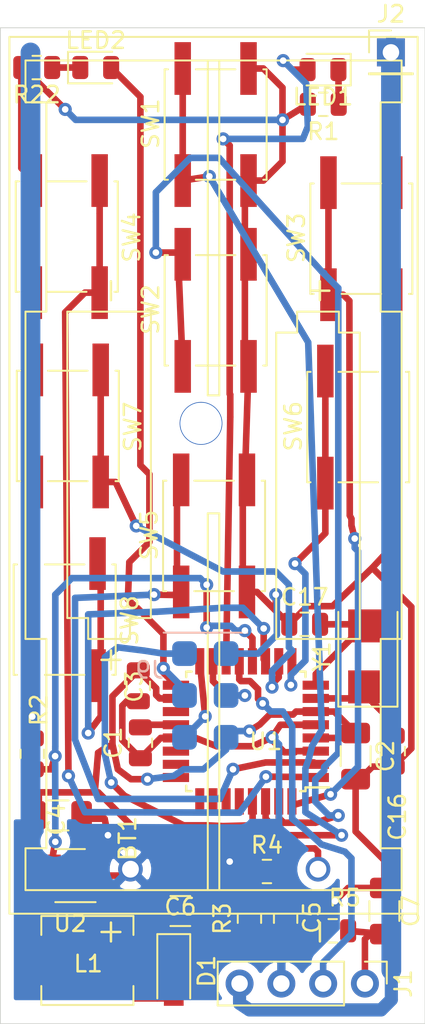
<source format=kicad_pcb>
(kicad_pcb (version 20171130) (host pcbnew 5.1.5+dfsg1-2build2)

  (general
    (thickness 1.6)
    (drawings 4)
    (tracks 414)
    (zones 0)
    (modules 34)
    (nets 36)
  )

  (page A4)
  (layers
    (0 F.Cu signal)
    (31 B.Cu signal)
    (32 B.Adhes user)
    (33 F.Adhes user)
    (34 B.Paste user)
    (35 F.Paste user)
    (36 B.SilkS user)
    (37 F.SilkS user)
    (38 B.Mask user)
    (39 F.Mask user)
    (40 Dwgs.User user)
    (41 Cmts.User user)
    (42 Eco1.User user)
    (43 Eco2.User user)
    (44 Edge.Cuts user)
    (45 Margin user)
    (46 B.CrtYd user)
    (47 F.CrtYd user)
    (48 B.Fab user)
    (49 F.Fab user hide)
  )

  (setup
    (last_trace_width 0.4)
    (user_trace_width 0.3)
    (user_trace_width 0.4)
    (user_trace_width 0.8)
    (trace_clearance 0.2)
    (zone_clearance 0.508)
    (zone_45_only no)
    (trace_min 0.2)
    (via_size 0.8)
    (via_drill 0.4)
    (via_min_size 0.4)
    (via_min_drill 0.3)
    (uvia_size 0.3)
    (uvia_drill 0.1)
    (uvias_allowed no)
    (uvia_min_size 0.2)
    (uvia_min_drill 0.1)
    (edge_width 0.05)
    (segment_width 0.2)
    (pcb_text_width 0.3)
    (pcb_text_size 1.5 1.5)
    (mod_edge_width 0.12)
    (mod_text_size 1 1)
    (mod_text_width 0.15)
    (pad_size 1.5 1.5)
    (pad_drill 1.02)
    (pad_to_mask_clearance 0.051)
    (solder_mask_min_width 0.25)
    (aux_axis_origin 0 0)
    (visible_elements FFFFFF7F)
    (pcbplotparams
      (layerselection 0x010fc_ffffffff)
      (usegerberextensions false)
      (usegerberattributes false)
      (usegerberadvancedattributes false)
      (creategerberjobfile false)
      (excludeedgelayer true)
      (linewidth 0.100000)
      (plotframeref false)
      (viasonmask false)
      (mode 1)
      (useauxorigin false)
      (hpglpennumber 1)
      (hpglpenspeed 20)
      (hpglpendiameter 15.000000)
      (psnegative false)
      (psa4output false)
      (plotreference true)
      (plotvalue true)
      (plotinvisibletext false)
      (padsonsilk false)
      (subtractmaskfromsilk false)
      (outputformat 1)
      (mirror false)
      (drillshape 0)
      (scaleselection 1)
      (outputdirectory ""))
  )

  (net 0 "")
  (net 1 GND)
  (net 2 "Net-(J1-Pad2)")
  (net 3 VCC)
  (net 4 "Net-(C1-Pad2)")
  (net 5 "Net-(C16-Pad2)")
  (net 6 "Net-(C17-Pad2)")
  (net 7 MISO)
  (net 8 SCK)
  (net 9 RESET)
  (net 10 MOSI)
  (net 11 LED)
  (net 12 "Net-(LED1-Pad1)")
  (net 13 "Net-(LED2-Pad1)")
  (net 14 "Net-(SW1-Pad1)")
  (net 15 "Net-(SW2-Pad1)")
  (net 16 "Net-(SW3-Pad1)")
  (net 17 "Net-(SW4-Pad1)")
  (net 18 "Net-(SW5-Pad1)")
  (net 19 "Net-(SW6-Pad1)")
  (net 20 "Net-(SW7-Pad1)")
  (net 21 "Net-(SW8-Pad1)")
  (net 22 "Net-(U1-Pad19)")
  (net 23 "Net-(U1-Pad22)")
  (net 24 "Net-(U1-Pad23)")
  (net 25 "Net-(U1-Pad24)")
  (net 26 "Net-(U1-Pad25)")
  (net 27 "Net-(U1-Pad26)")
  (net 28 "Net-(U1-Pad27)")
  (net 29 +12V)
  (net 30 "Net-(C5-Pad1)")
  (net 31 "Net-(D1-Pad2)")
  (net 32 BOOST)
  (net 33 "Net-(J1-Pad4)")
  (net 34 "Net-(C5-Pad2)")
  (net 35 "Net-(U1-Pad28)")

  (net_class Default "This is the default net class."
    (clearance 0.2)
    (trace_width 0.25)
    (via_dia 0.8)
    (via_drill 0.4)
    (uvia_dia 0.3)
    (uvia_drill 0.1)
    (add_net +12V)
    (add_net BOOST)
    (add_net GND)
    (add_net LED)
    (add_net MISO)
    (add_net MOSI)
    (add_net "Net-(C1-Pad2)")
    (add_net "Net-(C16-Pad2)")
    (add_net "Net-(C17-Pad2)")
    (add_net "Net-(C5-Pad1)")
    (add_net "Net-(C5-Pad2)")
    (add_net "Net-(D1-Pad2)")
    (add_net "Net-(J1-Pad2)")
    (add_net "Net-(J1-Pad4)")
    (add_net "Net-(LED1-Pad1)")
    (add_net "Net-(LED2-Pad1)")
    (add_net "Net-(SW1-Pad1)")
    (add_net "Net-(SW2-Pad1)")
    (add_net "Net-(SW3-Pad1)")
    (add_net "Net-(SW4-Pad1)")
    (add_net "Net-(SW5-Pad1)")
    (add_net "Net-(SW6-Pad1)")
    (add_net "Net-(SW7-Pad1)")
    (add_net "Net-(SW8-Pad1)")
    (add_net "Net-(U1-Pad19)")
    (add_net "Net-(U1-Pad22)")
    (add_net "Net-(U1-Pad23)")
    (add_net "Net-(U1-Pad24)")
    (add_net "Net-(U1-Pad25)")
    (add_net "Net-(U1-Pad26)")
    (add_net "Net-(U1-Pad27)")
    (add_net "Net-(U1-Pad28)")
    (add_net RESET)
    (add_net SCK)
    (add_net VCC)
  )

  (module Battery:BatteryHolder_Keystone_2468_2xAAA (layer F.Cu) (tedit 5FFBF9DE) (tstamp 5FFC0F7E)
    (at 112.268 107.061 90)
    (descr "2xAAA cell battery holder, Keystone P/N 2468, http://www.keyelco.com/product-pdf.cfm?p=1033")
    (tags "AAA battery cell holder")
    (path /5F2BA455)
    (fp_text reference BT1 (at 1.861 1.132 270) (layer F.SilkS)
      (effects (font (size 1 1) (thickness 0.15)))
    )
    (fp_text value 2xAAA (at 23.9 7.35 270) (layer F.Fab)
      (effects (font (size 1 1) (thickness 0.15)))
    )
    (fp_text user %R (at 23.9 5.35 270) (layer F.Fab)
      (effects (font (size 1 1) (thickness 0.15)))
    )
    (fp_line (start 50.89 19.15) (end 50.89 -6.45) (layer F.CrtYd) (width 0.05))
    (fp_line (start -3.09 19.15) (end 50.89 19.15) (layer F.CrtYd) (width 0.05))
    (fp_line (start -3.09 -6.45) (end -3.09 19.15) (layer F.CrtYd) (width 0.05))
    (fp_line (start 50.89 -6.45) (end -3.09 -6.45) (layer F.CrtYd) (width 0.05))
    (fp_line (start 50.5 18.75) (end 50.5 -6.05) (layer F.SilkS) (width 0.12))
    (fp_line (start -2.7 18.755) (end 50.5 18.755) (layer F.SilkS) (width 0.12))
    (fp_line (start -2.7 -6.05) (end -2.7 18.75) (layer F.SilkS) (width 0.12))
    (fp_line (start 50.5 -6.055) (end -2.7 -6.055) (layer F.SilkS) (width 0.12))
    (fp_line (start 13.97 15.24) (end 13.97 10.16) (layer F.SilkS) (width 0.12))
    (fp_line (start 13.97 10.16) (end 32.56 10.16) (layer F.SilkS) (width 0.12))
    (fp_line (start 32.56 10.16) (end 32.56 11.43) (layer F.SilkS) (width 0.12))
    (fp_line (start 32.56 11.43) (end 33.83 11.43) (layer F.SilkS) (width 0.12))
    (fp_line (start 33.83 11.43) (end 33.83 13.97) (layer F.SilkS) (width 0.12))
    (fp_line (start 33.83 13.97) (end 32.56 13.97) (layer F.SilkS) (width 0.12))
    (fp_line (start 32.56 13.97) (end 32.56 15.24) (layer F.SilkS) (width 0.12))
    (fp_line (start 32.56 15.24) (end 13.97 15.24) (layer F.SilkS) (width 0.12))
    (fp_line (start 33.83 2.54) (end 15.24 2.54) (layer F.SilkS) (width 0.12))
    (fp_line (start 15.24 2.54) (end 15.24 1.27) (layer F.SilkS) (width 0.12))
    (fp_line (start 15.24 1.27) (end 13.97 1.27) (layer F.SilkS) (width 0.12))
    (fp_line (start 13.97 1.27) (end 13.97 -1.27) (layer F.SilkS) (width 0.12))
    (fp_line (start 13.97 -1.27) (end 15.24 -1.27) (layer F.SilkS) (width 0.12))
    (fp_line (start 15.24 -1.27) (end 15.24 -2.54) (layer F.SilkS) (width 0.12))
    (fp_line (start 15.24 -2.54) (end 33.83 -2.54) (layer F.SilkS) (width 0.12))
    (fp_line (start 33.83 -2.54) (end 33.83 2.54) (layer F.SilkS) (width 0.12))
    (fp_line (start -1.27 6) (end 21.59 6) (layer F.SilkS) (width 0.12))
    (fp_line (start 21.59 6) (end 21.59 6.7) (layer F.SilkS) (width 0.12))
    (fp_line (start 21.59 6.7) (end -1.27 6.7) (layer F.SilkS) (width 0.12))
    (fp_line (start 49.07 6) (end 28.75 6) (layer F.SilkS) (width 0.12))
    (fp_line (start 28.75 6) (end 28.75 6.7) (layer F.SilkS) (width 0.12))
    (fp_line (start 28.75 6.7) (end 49.07 6.7) (layer F.SilkS) (width 0.12))
    (fp_line (start 13.97 16.51) (end 13.97 17.78) (layer F.SilkS) (width 0.12))
    (fp_line (start 13.97 17.78) (end 33.83 17.78) (layer F.SilkS) (width 0.12))
    (fp_line (start 33.83 17.78) (end 33.83 16.51) (layer F.SilkS) (width 0.12))
    (fp_line (start 46.53 -3.81) (end 33.83 -3.81) (layer F.SilkS) (width 0.12))
    (fp_line (start 33.83 -3.81) (end 33.83 -5.08) (layer F.SilkS) (width 0.12))
    (fp_line (start 33.83 -5.08) (end 13.97 -5.08) (layer F.SilkS) (width 0.12))
    (fp_line (start 13.97 -5.08) (end 13.97 -3.81) (layer F.SilkS) (width 0.12))
    (fp_line (start 46.53 16.51) (end 33.83 16.51) (layer F.SilkS) (width 0.12))
    (fp_line (start 1.27 -3.81) (end 13.97 -3.81) (layer F.SilkS) (width 0.12))
    (fp_line (start 1.27 -3.81) (end 1.27 -5.08) (layer F.SilkS) (width 0.12))
    (fp_line (start 1.27 -5.08) (end -1.27 -5.08) (layer F.SilkS) (width 0.12))
    (fp_line (start -1.27 -5.08) (end -1.27 17.78) (layer F.SilkS) (width 0.12))
    (fp_line (start -1.27 17.78) (end 1.27 17.78) (layer F.SilkS) (width 0.12))
    (fp_line (start 1.27 17.78) (end 1.27 16.51) (layer F.SilkS) (width 0.12))
    (fp_line (start 1.27 16.51) (end 13.97 16.51) (layer F.SilkS) (width 0.12))
    (fp_line (start 49.07 -5.08) (end 46.53 -5.08) (layer F.SilkS) (width 0.12))
    (fp_line (start 46.53 -5.08) (end 46.53 -3.81) (layer F.SilkS) (width 0.12))
    (fp_line (start 49.07 -5.08) (end 49.07 17.78) (layer F.SilkS) (width 0.12))
    (fp_line (start 49.07 17.78) (end 46.53 17.78) (layer F.SilkS) (width 0.12))
    (fp_line (start 46.53 17.78) (end 46.53 16.51) (layer F.SilkS) (width 0.12))
    (fp_line (start -2.59 18.645) (end -2.59 -5.945) (layer F.Fab) (width 0.1))
    (fp_line (start 50.39 18.645) (end 50.39 -5.945) (layer F.Fab) (width 0.1))
    (fp_line (start -2.59 18.645) (end 50.39 18.645) (layer F.Fab) (width 0.1))
    (fp_line (start -2.59 -5.945) (end 50.39 -5.945) (layer F.Fab) (width 0.1))
    (fp_text user + (at -3.81 0 270) (layer F.SilkS)
      (effects (font (size 1.5 1.5) (thickness 0.15)))
    )
    (fp_text user - (at -3.81 12.7 270) (layer F.SilkS)
      (effects (font (size 1.5 1.5) (thickness 0.15)))
    )
    (fp_text user + (at 12.7 0 270) (layer F.SilkS)
      (effects (font (size 1.5 1.5) (thickness 0.15)))
    )
    (fp_text user - (at 35.1 0 270) (layer F.SilkS)
      (effects (font (size 1.5 1.5) (thickness 0.15)))
    )
    (fp_text user - (at 12.7 12.7 270) (layer F.SilkS)
      (effects (font (size 1.5 1.5) (thickness 0.15)))
    )
    (fp_text user + (at 35.1 12.7 270) (layer F.SilkS)
      (effects (font (size 1.5 1.5) (thickness 0.15)))
    )
    (pad 1 thru_hole circle (at 0 1.3 90) (size 1.5 1.5) (drill 1.02) (layers *.Cu *.Mask)
      (net 1 GND))
    (pad 2 thru_hole circle (at 0 12.7 90) (size 1.5 1.5) (drill 1.02) (layers *.Cu *.Mask)
      (net 3 VCC))
    (model ${KISYS3DMOD}/Battery.3dshapes/BatteryHolder_Keystone_2468_2xAAA.wrl
      (at (xyz 0 0 0))
      (scale (xyz 1 1 1))
      (rotate (xyz 0 0 0))
    )
  )

  (module Capacitor_SMD:C_0805_2012Metric (layer F.Cu) (tedit 5B36C52B) (tstamp 5F3613EC)
    (at 114.173 99.3925 90)
    (descr "Capacitor SMD 0805 (2012 Metric), square (rectangular) end terminal, IPC_7351 nominal, (Body size source: https://docs.google.com/spreadsheets/d/1BsfQQcO9C6DZCsRaXUlFlo91Tg2WpOkGARC1WS5S8t0/edit?usp=sharing), generated with kicad-footprint-generator")
    (tags capacitor)
    (path /5F2AD1C5)
    (attr smd)
    (fp_text reference C1 (at 0 -1.65 90) (layer F.SilkS)
      (effects (font (size 1 1) (thickness 0.15)))
    )
    (fp_text value .1uF (at 0 1.65 90) (layer F.Fab)
      (effects (font (size 1 1) (thickness 0.15)))
    )
    (fp_text user %R (at 0 0 90) (layer F.Fab)
      (effects (font (size 0.5 0.5) (thickness 0.08)))
    )
    (fp_line (start 1.68 0.95) (end -1.68 0.95) (layer F.CrtYd) (width 0.05))
    (fp_line (start 1.68 -0.95) (end 1.68 0.95) (layer F.CrtYd) (width 0.05))
    (fp_line (start -1.68 -0.95) (end 1.68 -0.95) (layer F.CrtYd) (width 0.05))
    (fp_line (start -1.68 0.95) (end -1.68 -0.95) (layer F.CrtYd) (width 0.05))
    (fp_line (start -0.258578 0.71) (end 0.258578 0.71) (layer F.SilkS) (width 0.12))
    (fp_line (start -0.258578 -0.71) (end 0.258578 -0.71) (layer F.SilkS) (width 0.12))
    (fp_line (start 1 0.6) (end -1 0.6) (layer F.Fab) (width 0.1))
    (fp_line (start 1 -0.6) (end 1 0.6) (layer F.Fab) (width 0.1))
    (fp_line (start -1 -0.6) (end 1 -0.6) (layer F.Fab) (width 0.1))
    (fp_line (start -1 0.6) (end -1 -0.6) (layer F.Fab) (width 0.1))
    (pad 2 smd roundrect (at 0.9375 0 90) (size 0.975 1.4) (layers F.Cu F.Paste F.Mask) (roundrect_rratio 0.25)
      (net 4 "Net-(C1-Pad2)"))
    (pad 1 smd roundrect (at -0.9375 0 90) (size 0.975 1.4) (layers F.Cu F.Paste F.Mask) (roundrect_rratio 0.25)
      (net 1 GND))
    (model ${KISYS3DMOD}/Capacitor_SMD.3dshapes/C_0805_2012Metric.wrl
      (at (xyz 0 0 0))
      (scale (xyz 1 1 1))
      (rotate (xyz 0 0 0))
    )
  )

  (module Capacitor_SMD:C_1206_3216Metric (layer F.Cu) (tedit 5B301BBE) (tstamp 5F3613FD)
    (at 127.254 100.2 270)
    (descr "Capacitor SMD 1206 (3216 Metric), square (rectangular) end terminal, IPC_7351 nominal, (Body size source: http://www.tortai-tech.com/upload/download/2011102023233369053.pdf), generated with kicad-footprint-generator")
    (tags capacitor)
    (path /5F2CEB96)
    (attr smd)
    (fp_text reference C2 (at 0 -1.82 90) (layer F.SilkS)
      (effects (font (size 1 1) (thickness 0.15)))
    )
    (fp_text value 4.7uF (at 0 1.82 90) (layer F.Fab)
      (effects (font (size 1 1) (thickness 0.15)))
    )
    (fp_line (start -1.6 0.8) (end -1.6 -0.8) (layer F.Fab) (width 0.1))
    (fp_line (start -1.6 -0.8) (end 1.6 -0.8) (layer F.Fab) (width 0.1))
    (fp_line (start 1.6 -0.8) (end 1.6 0.8) (layer F.Fab) (width 0.1))
    (fp_line (start 1.6 0.8) (end -1.6 0.8) (layer F.Fab) (width 0.1))
    (fp_line (start -0.602064 -0.91) (end 0.602064 -0.91) (layer F.SilkS) (width 0.12))
    (fp_line (start -0.602064 0.91) (end 0.602064 0.91) (layer F.SilkS) (width 0.12))
    (fp_line (start -2.28 1.12) (end -2.28 -1.12) (layer F.CrtYd) (width 0.05))
    (fp_line (start -2.28 -1.12) (end 2.28 -1.12) (layer F.CrtYd) (width 0.05))
    (fp_line (start 2.28 -1.12) (end 2.28 1.12) (layer F.CrtYd) (width 0.05))
    (fp_line (start 2.28 1.12) (end -2.28 1.12) (layer F.CrtYd) (width 0.05))
    (fp_text user %R (at 0 0 90) (layer F.Fab)
      (effects (font (size 0.8 0.8) (thickness 0.12)))
    )
    (pad 1 smd roundrect (at -1.4 0 270) (size 1.25 1.75) (layers F.Cu F.Paste F.Mask) (roundrect_rratio 0.2)
      (net 3 VCC))
    (pad 2 smd roundrect (at 1.4 0 270) (size 1.25 1.75) (layers F.Cu F.Paste F.Mask) (roundrect_rratio 0.2)
      (net 1 GND))
    (model ${KISYS3DMOD}/Capacitor_SMD.3dshapes/C_1206_3216Metric.wrl
      (at (xyz 0 0 0))
      (scale (xyz 1 1 1))
      (rotate (xyz 0 0 0))
    )
  )

  (module Capacitor_SMD:C_0805_2012Metric (layer F.Cu) (tedit 5B36C52B) (tstamp 5F36140E)
    (at 114.046 95.9335 90)
    (descr "Capacitor SMD 0805 (2012 Metric), square (rectangular) end terminal, IPC_7351 nominal, (Body size source: https://docs.google.com/spreadsheets/d/1BsfQQcO9C6DZCsRaXUlFlo91Tg2WpOkGARC1WS5S8t0/edit?usp=sharing), generated with kicad-footprint-generator")
    (tags capacitor)
    (path /5F2D023D)
    (attr smd)
    (fp_text reference C3 (at -0.0485 -0.254 90) (layer F.SilkS)
      (effects (font (size 1 1) (thickness 0.15)))
    )
    (fp_text value .1uF (at 0 1.65 90) (layer F.Fab)
      (effects (font (size 1 1) (thickness 0.15)))
    )
    (fp_line (start -1 0.6) (end -1 -0.6) (layer F.Fab) (width 0.1))
    (fp_line (start -1 -0.6) (end 1 -0.6) (layer F.Fab) (width 0.1))
    (fp_line (start 1 -0.6) (end 1 0.6) (layer F.Fab) (width 0.1))
    (fp_line (start 1 0.6) (end -1 0.6) (layer F.Fab) (width 0.1))
    (fp_line (start -0.258578 -0.71) (end 0.258578 -0.71) (layer F.SilkS) (width 0.12))
    (fp_line (start -0.258578 0.71) (end 0.258578 0.71) (layer F.SilkS) (width 0.12))
    (fp_line (start -1.68 0.95) (end -1.68 -0.95) (layer F.CrtYd) (width 0.05))
    (fp_line (start -1.68 -0.95) (end 1.68 -0.95) (layer F.CrtYd) (width 0.05))
    (fp_line (start 1.68 -0.95) (end 1.68 0.95) (layer F.CrtYd) (width 0.05))
    (fp_line (start 1.68 0.95) (end -1.68 0.95) (layer F.CrtYd) (width 0.05))
    (fp_text user %R (at 0 0 90) (layer F.Fab)
      (effects (font (size 0.5 0.5) (thickness 0.08)))
    )
    (pad 1 smd roundrect (at -0.9375 0 90) (size 0.975 1.4) (layers F.Cu F.Paste F.Mask) (roundrect_rratio 0.25)
      (net 1 GND))
    (pad 2 smd roundrect (at 0.9375 0 90) (size 0.975 1.4) (layers F.Cu F.Paste F.Mask) (roundrect_rratio 0.25)
      (net 3 VCC))
    (model ${KISYS3DMOD}/Capacitor_SMD.3dshapes/C_0805_2012Metric.wrl
      (at (xyz 0 0 0))
      (scale (xyz 1 1 1))
      (rotate (xyz 0 0 0))
    )
  )

  (module Capacitor_SMD:C_1206_3216Metric (layer F.Cu) (tedit 5B301BBE) (tstamp 5F36973D)
    (at 109.2 103.8)
    (descr "Capacitor SMD 1206 (3216 Metric), square (rectangular) end terminal, IPC_7351 nominal, (Body size source: http://www.tortai-tech.com/upload/download/2011102023233369053.pdf), generated with kicad-footprint-generator")
    (tags capacitor)
    (path /5F2DC4A4)
    (attr smd)
    (fp_text reference C4 (at -0.13 0.254 270) (layer F.SilkS)
      (effects (font (size 1 1) (thickness 0.15)))
    )
    (fp_text value 4.7uF (at 0 1.82) (layer F.Fab)
      (effects (font (size 1 1) (thickness 0.15)))
    )
    (fp_line (start -1.6 0.8) (end -1.6 -0.8) (layer F.Fab) (width 0.1))
    (fp_line (start -1.6 -0.8) (end 1.6 -0.8) (layer F.Fab) (width 0.1))
    (fp_line (start 1.6 -0.8) (end 1.6 0.8) (layer F.Fab) (width 0.1))
    (fp_line (start 1.6 0.8) (end -1.6 0.8) (layer F.Fab) (width 0.1))
    (fp_line (start -0.602064 -0.91) (end 0.602064 -0.91) (layer F.SilkS) (width 0.12))
    (fp_line (start -0.602064 0.91) (end 0.602064 0.91) (layer F.SilkS) (width 0.12))
    (fp_line (start -2.28 1.12) (end -2.28 -1.12) (layer F.CrtYd) (width 0.05))
    (fp_line (start -2.28 -1.12) (end 2.28 -1.12) (layer F.CrtYd) (width 0.05))
    (fp_line (start 2.28 -1.12) (end 2.28 1.12) (layer F.CrtYd) (width 0.05))
    (fp_line (start 2.28 1.12) (end -2.28 1.12) (layer F.CrtYd) (width 0.05))
    (fp_text user %R (at 0 0) (layer F.Fab)
      (effects (font (size 0.8 0.8) (thickness 0.12)))
    )
    (pad 1 smd roundrect (at -1.4 0) (size 1.25 1.75) (layers F.Cu F.Paste F.Mask) (roundrect_rratio 0.2)
      (net 3 VCC))
    (pad 2 smd roundrect (at 1.4 0) (size 1.25 1.75) (layers F.Cu F.Paste F.Mask) (roundrect_rratio 0.2)
      (net 1 GND))
    (model ${KISYS3DMOD}/Capacitor_SMD.3dshapes/C_1206_3216Metric.wrl
      (at (xyz 0 0 0))
      (scale (xyz 1 1 1))
      (rotate (xyz 0 0 0))
    )
  )

  (module Capacitor_SMD:C_0805_2012Metric (layer F.Cu) (tedit 5B36C52B) (tstamp 5FFC1DF3)
    (at 123 110.0625 270)
    (descr "Capacitor SMD 0805 (2012 Metric), square (rectangular) end terminal, IPC_7351 nominal, (Body size source: https://docs.google.com/spreadsheets/d/1BsfQQcO9C6DZCsRaXUlFlo91Tg2WpOkGARC1WS5S8t0/edit?usp=sharing), generated with kicad-footprint-generator")
    (tags capacitor)
    (path /5F2F6770)
    (attr smd)
    (fp_text reference C5 (at -0.0625 -1.6 90) (layer F.SilkS)
      (effects (font (size 1 1) (thickness 0.15)))
    )
    (fp_text value 22pF (at 0 1.65 90) (layer F.Fab)
      (effects (font (size 1 1) (thickness 0.15)))
    )
    (fp_text user %R (at 0 0 90) (layer F.Fab)
      (effects (font (size 0.5 0.5) (thickness 0.08)))
    )
    (fp_line (start 1.68 0.95) (end -1.68 0.95) (layer F.CrtYd) (width 0.05))
    (fp_line (start 1.68 -0.95) (end 1.68 0.95) (layer F.CrtYd) (width 0.05))
    (fp_line (start -1.68 -0.95) (end 1.68 -0.95) (layer F.CrtYd) (width 0.05))
    (fp_line (start -1.68 0.95) (end -1.68 -0.95) (layer F.CrtYd) (width 0.05))
    (fp_line (start -0.258578 0.71) (end 0.258578 0.71) (layer F.SilkS) (width 0.12))
    (fp_line (start -0.258578 -0.71) (end 0.258578 -0.71) (layer F.SilkS) (width 0.12))
    (fp_line (start 1 0.6) (end -1 0.6) (layer F.Fab) (width 0.1))
    (fp_line (start 1 -0.6) (end 1 0.6) (layer F.Fab) (width 0.1))
    (fp_line (start -1 -0.6) (end 1 -0.6) (layer F.Fab) (width 0.1))
    (fp_line (start -1 0.6) (end -1 -0.6) (layer F.Fab) (width 0.1))
    (pad 2 smd roundrect (at 0.9375 0 270) (size 0.975 1.4) (layers F.Cu F.Paste F.Mask) (roundrect_rratio 0.25)
      (net 34 "Net-(C5-Pad2)"))
    (pad 1 smd roundrect (at -0.9375 0 270) (size 0.975 1.4) (layers F.Cu F.Paste F.Mask) (roundrect_rratio 0.25)
      (net 30 "Net-(C5-Pad1)"))
    (model ${KISYS3DMOD}/Capacitor_SMD.3dshapes/C_0805_2012Metric.wrl
      (at (xyz 0 0 0))
      (scale (xyz 1 1 1))
      (rotate (xyz 0 0 0))
    )
  )

  (module Capacitor_SMD:C_1206_3216Metric (layer F.Cu) (tedit 5B301BBE) (tstamp 5FFC06EA)
    (at 116.6 109.6 180)
    (descr "Capacitor SMD 1206 (3216 Metric), square (rectangular) end terminal, IPC_7351 nominal, (Body size source: http://www.tortai-tech.com/upload/download/2011102023233369053.pdf), generated with kicad-footprint-generator")
    (tags capacitor)
    (path /5F2F755F)
    (attr smd)
    (fp_text reference C6 (at -0.003 0.254) (layer F.SilkS)
      (effects (font (size 1 1) (thickness 0.15)))
    )
    (fp_text value 4.7uF (at 0 1.82) (layer F.Fab)
      (effects (font (size 1 1) (thickness 0.15)))
    )
    (fp_text user %R (at 0 0) (layer F.Fab)
      (effects (font (size 0.8 0.8) (thickness 0.12)))
    )
    (fp_line (start 2.28 1.12) (end -2.28 1.12) (layer F.CrtYd) (width 0.05))
    (fp_line (start 2.28 -1.12) (end 2.28 1.12) (layer F.CrtYd) (width 0.05))
    (fp_line (start -2.28 -1.12) (end 2.28 -1.12) (layer F.CrtYd) (width 0.05))
    (fp_line (start -2.28 1.12) (end -2.28 -1.12) (layer F.CrtYd) (width 0.05))
    (fp_line (start -0.602064 0.91) (end 0.602064 0.91) (layer F.SilkS) (width 0.12))
    (fp_line (start -0.602064 -0.91) (end 0.602064 -0.91) (layer F.SilkS) (width 0.12))
    (fp_line (start 1.6 0.8) (end -1.6 0.8) (layer F.Fab) (width 0.1))
    (fp_line (start 1.6 -0.8) (end 1.6 0.8) (layer F.Fab) (width 0.1))
    (fp_line (start -1.6 -0.8) (end 1.6 -0.8) (layer F.Fab) (width 0.1))
    (fp_line (start -1.6 0.8) (end -1.6 -0.8) (layer F.Fab) (width 0.1))
    (pad 2 smd roundrect (at 1.4 0 180) (size 1.25 1.75) (layers F.Cu F.Paste F.Mask) (roundrect_rratio 0.2)
      (net 1 GND))
    (pad 1 smd roundrect (at -1.4 0 180) (size 1.25 1.75) (layers F.Cu F.Paste F.Mask) (roundrect_rratio 0.2)
      (net 34 "Net-(C5-Pad2)"))
    (model ${KISYS3DMOD}/Capacitor_SMD.3dshapes/C_1206_3216Metric.wrl
      (at (xyz 0 0 0))
      (scale (xyz 1 1 1))
      (rotate (xyz 0 0 0))
    )
  )

  (module Capacitor_SMD:C_0805_2012Metric (layer F.Cu) (tedit 5B36C52B) (tstamp 5F361452)
    (at 129.54 99.9005 90)
    (descr "Capacitor SMD 0805 (2012 Metric), square (rectangular) end terminal, IPC_7351 nominal, (Body size source: https://docs.google.com/spreadsheets/d/1BsfQQcO9C6DZCsRaXUlFlo91Tg2WpOkGARC1WS5S8t0/edit?usp=sharing), generated with kicad-footprint-generator")
    (tags capacitor)
    (path /5E2E5BE4)
    (attr smd)
    (fp_text reference C16 (at -3.9855 0.254 90) (layer F.SilkS)
      (effects (font (size 1 1) (thickness 0.15)))
    )
    (fp_text value 18pF (at 0 1.65 90) (layer F.Fab)
      (effects (font (size 1 1) (thickness 0.15)))
    )
    (fp_line (start -1 0.6) (end -1 -0.6) (layer F.Fab) (width 0.1))
    (fp_line (start -1 -0.6) (end 1 -0.6) (layer F.Fab) (width 0.1))
    (fp_line (start 1 -0.6) (end 1 0.6) (layer F.Fab) (width 0.1))
    (fp_line (start 1 0.6) (end -1 0.6) (layer F.Fab) (width 0.1))
    (fp_line (start -0.258578 -0.71) (end 0.258578 -0.71) (layer F.SilkS) (width 0.12))
    (fp_line (start -0.258578 0.71) (end 0.258578 0.71) (layer F.SilkS) (width 0.12))
    (fp_line (start -1.68 0.95) (end -1.68 -0.95) (layer F.CrtYd) (width 0.05))
    (fp_line (start -1.68 -0.95) (end 1.68 -0.95) (layer F.CrtYd) (width 0.05))
    (fp_line (start 1.68 -0.95) (end 1.68 0.95) (layer F.CrtYd) (width 0.05))
    (fp_line (start 1.68 0.95) (end -1.68 0.95) (layer F.CrtYd) (width 0.05))
    (fp_text user %R (at 0 0 90) (layer F.Fab)
      (effects (font (size 0.5 0.5) (thickness 0.08)))
    )
    (pad 1 smd roundrect (at -0.9375 0 90) (size 0.975 1.4) (layers F.Cu F.Paste F.Mask) (roundrect_rratio 0.25)
      (net 1 GND))
    (pad 2 smd roundrect (at 0.9375 0 90) (size 0.975 1.4) (layers F.Cu F.Paste F.Mask) (roundrect_rratio 0.25)
      (net 5 "Net-(C16-Pad2)"))
    (model ${KISYS3DMOD}/Capacitor_SMD.3dshapes/C_0805_2012Metric.wrl
      (at (xyz 0 0 0))
      (scale (xyz 1 1 1))
      (rotate (xyz 0 0 0))
    )
  )

  (module Capacitor_SMD:C_0805_2012Metric (layer F.Cu) (tedit 5B36C52B) (tstamp 5F361463)
    (at 124.1575 92.202)
    (descr "Capacitor SMD 0805 (2012 Metric), square (rectangular) end terminal, IPC_7351 nominal, (Body size source: https://docs.google.com/spreadsheets/d/1BsfQQcO9C6DZCsRaXUlFlo91Tg2WpOkGARC1WS5S8t0/edit?usp=sharing), generated with kicad-footprint-generator")
    (tags capacitor)
    (path /5E2D8B90)
    (attr smd)
    (fp_text reference C17 (at 0 -1.65) (layer F.SilkS)
      (effects (font (size 1 1) (thickness 0.15)))
    )
    (fp_text value 18pF (at 0 1.65) (layer F.Fab)
      (effects (font (size 1 1) (thickness 0.15)))
    )
    (fp_line (start -1 0.6) (end -1 -0.6) (layer F.Fab) (width 0.1))
    (fp_line (start -1 -0.6) (end 1 -0.6) (layer F.Fab) (width 0.1))
    (fp_line (start 1 -0.6) (end 1 0.6) (layer F.Fab) (width 0.1))
    (fp_line (start 1 0.6) (end -1 0.6) (layer F.Fab) (width 0.1))
    (fp_line (start -0.258578 -0.71) (end 0.258578 -0.71) (layer F.SilkS) (width 0.12))
    (fp_line (start -0.258578 0.71) (end 0.258578 0.71) (layer F.SilkS) (width 0.12))
    (fp_line (start -1.68 0.95) (end -1.68 -0.95) (layer F.CrtYd) (width 0.05))
    (fp_line (start -1.68 -0.95) (end 1.68 -0.95) (layer F.CrtYd) (width 0.05))
    (fp_line (start 1.68 -0.95) (end 1.68 0.95) (layer F.CrtYd) (width 0.05))
    (fp_line (start 1.68 0.95) (end -1.68 0.95) (layer F.CrtYd) (width 0.05))
    (fp_text user %R (at 0 0) (layer F.Fab)
      (effects (font (size 0.5 0.5) (thickness 0.08)))
    )
    (pad 1 smd roundrect (at -0.9375 0) (size 0.975 1.4) (layers F.Cu F.Paste F.Mask) (roundrect_rratio 0.25)
      (net 1 GND))
    (pad 2 smd roundrect (at 0.9375 0) (size 0.975 1.4) (layers F.Cu F.Paste F.Mask) (roundrect_rratio 0.25)
      (net 6 "Net-(C17-Pad2)"))
    (model ${KISYS3DMOD}/Capacitor_SMD.3dshapes/C_0805_2012Metric.wrl
      (at (xyz 0 0 0))
      (scale (xyz 1 1 1))
      (rotate (xyz 0 0 0))
    )
  )

  (module pypilot_remote_rf:ISP (layer B.Cu) (tedit 5E8CCD6D) (tstamp 5F3614AE)
    (at 116.855 96.52)
    (descr "surface-mounted straight pin header, 2x03, 2.54mm pitch, double rows")
    (tags "Surface mounted pin header SMD 2x03 2.54mm double row")
    (path /5D605E2F)
    (attr smd)
    (fp_text reference J9 (at -2.125 -1.54) (layer B.SilkS)
      (effects (font (size 1 1) (thickness 0.15)) (justify mirror))
    )
    (fp_text value ISP (at 0 -4.87) (layer B.Fab)
      (effects (font (size 1 1) (thickness 0.15)) (justify mirror))
    )
    (fp_line (start -1.27 3.81) (end 3.81 3.81) (layer B.Fab) (width 0.1))
    (fp_line (start -1.27 -3.81) (end 3.81 -3.81) (layer B.SilkS) (width 0.12))
    (fp_line (start -1.27 3.81) (end -1.27 -3.81) (layer B.CrtYd) (width 0.05))
    (fp_line (start -1.27 -3.81) (end 3.81 -3.81) (layer B.CrtYd) (width 0.05))
    (fp_line (start 3.81 -3.81) (end 3.81 3.81) (layer B.CrtYd) (width 0.05))
    (fp_line (start 3.81 3.81) (end -1.27 3.81) (layer B.CrtYd) (width 0.05))
    (fp_text user %R (at 0 0 -90) (layer B.Fab)
      (effects (font (size 1 1) (thickness 0.15)) (justify mirror))
    )
    (pad 1 smd roundrect (at 0 2.54) (size 1.5 1.5) (layers B.Cu B.Paste B.Mask) (roundrect_rratio 0.25)
      (net 7 MISO))
    (pad 4 smd roundrect (at 2.525 2.54) (size 1.5 1.5) (layers B.Cu B.Paste B.Mask) (roundrect_rratio 0.25)
      (net 3 VCC))
    (pad 2 smd roundrect (at 0 0) (size 1.5 1.5) (layers B.Cu B.Paste B.Mask) (roundrect_rratio 0.25)
      (net 8 SCK))
    (pad 5 smd roundrect (at 2.525 0) (size 1.5 1.5) (layers B.Cu B.Paste B.Mask) (roundrect_rratio 0.25)
      (net 10 MOSI))
    (pad 3 smd roundrect (at 0 -2.54) (size 1.5 1.5) (layers B.Cu B.Paste B.Mask) (roundrect_rratio 0.25)
      (net 9 RESET))
    (pad 6 smd roundrect (at 2.525 -2.54) (size 1.5 1.5) (layers B.Cu B.Paste B.Mask) (roundrect_rratio 0.25)
      (net 1 GND))
    (model ${KISYS3DMOD}/Connector_PinHeader_2.54mm.3dshapes/PinHeader_2x03_P2.54mm_Vertical_SMD.wrl
      (at (xyz 0 0 0))
      (scale (xyz 1 1 1))
      (rotate (xyz 0 0 0))
    )
  )

  (module LED_SMD:LED_0805_2012Metric (layer F.Cu) (tedit 5B36C52C) (tstamp 5F3614D2)
    (at 125.2705 58.547 180)
    (descr "LED SMD 0805 (2012 Metric), square (rectangular) end terminal, IPC_7351 nominal, (Body size source: https://docs.google.com/spreadsheets/d/1BsfQQcO9C6DZCsRaXUlFlo91Tg2WpOkGARC1WS5S8t0/edit?usp=sharing), generated with kicad-footprint-generator")
    (tags diode)
    (path /5F2B64E3)
    (attr smd)
    (fp_text reference LED1 (at 0 -1.65) (layer F.SilkS)
      (effects (font (size 1 1) (thickness 0.15)))
    )
    (fp_text value RED (at 0 1.65) (layer F.Fab)
      (effects (font (size 1 1) (thickness 0.15)))
    )
    (fp_text user %R (at 0 0) (layer F.Fab)
      (effects (font (size 0.5 0.5) (thickness 0.08)))
    )
    (fp_line (start 1.68 0.95) (end -1.68 0.95) (layer F.CrtYd) (width 0.05))
    (fp_line (start 1.68 -0.95) (end 1.68 0.95) (layer F.CrtYd) (width 0.05))
    (fp_line (start -1.68 -0.95) (end 1.68 -0.95) (layer F.CrtYd) (width 0.05))
    (fp_line (start -1.68 0.95) (end -1.68 -0.95) (layer F.CrtYd) (width 0.05))
    (fp_line (start -1.685 0.96) (end 1 0.96) (layer F.SilkS) (width 0.12))
    (fp_line (start -1.685 -0.96) (end -1.685 0.96) (layer F.SilkS) (width 0.12))
    (fp_line (start 1 -0.96) (end -1.685 -0.96) (layer F.SilkS) (width 0.12))
    (fp_line (start 1 0.6) (end 1 -0.6) (layer F.Fab) (width 0.1))
    (fp_line (start -1 0.6) (end 1 0.6) (layer F.Fab) (width 0.1))
    (fp_line (start -1 -0.3) (end -1 0.6) (layer F.Fab) (width 0.1))
    (fp_line (start -0.7 -0.6) (end -1 -0.3) (layer F.Fab) (width 0.1))
    (fp_line (start 1 -0.6) (end -0.7 -0.6) (layer F.Fab) (width 0.1))
    (pad 2 smd roundrect (at 0.9375 0 180) (size 0.975 1.4) (layers F.Cu F.Paste F.Mask) (roundrect_rratio 0.25)
      (net 11 LED))
    (pad 1 smd roundrect (at -0.9375 0 180) (size 0.975 1.4) (layers F.Cu F.Paste F.Mask) (roundrect_rratio 0.25)
      (net 12 "Net-(LED1-Pad1)"))
    (model ${KISYS3DMOD}/LED_SMD.3dshapes/LED_0805_2012Metric.wrl
      (at (xyz 0 0 0))
      (scale (xyz 1 1 1))
      (rotate (xyz 0 0 0))
    )
  )

  (module LED_SMD:LED_0805_2012Metric (layer F.Cu) (tedit 5B36C52C) (tstamp 5F3614E5)
    (at 111.4575 58.42)
    (descr "LED SMD 0805 (2012 Metric), square (rectangular) end terminal, IPC_7351 nominal, (Body size source: https://docs.google.com/spreadsheets/d/1BsfQQcO9C6DZCsRaXUlFlo91Tg2WpOkGARC1WS5S8t0/edit?usp=sharing), generated with kicad-footprint-generator")
    (tags diode)
    (path /5D64D512)
    (attr smd)
    (fp_text reference LED2 (at 0 -1.65) (layer F.SilkS)
      (effects (font (size 1 1) (thickness 0.15)))
    )
    (fp_text value BLUE (at 0 1.65) (layer F.Fab)
      (effects (font (size 1 1) (thickness 0.15)))
    )
    (fp_line (start 1 -0.6) (end -0.7 -0.6) (layer F.Fab) (width 0.1))
    (fp_line (start -0.7 -0.6) (end -1 -0.3) (layer F.Fab) (width 0.1))
    (fp_line (start -1 -0.3) (end -1 0.6) (layer F.Fab) (width 0.1))
    (fp_line (start -1 0.6) (end 1 0.6) (layer F.Fab) (width 0.1))
    (fp_line (start 1 0.6) (end 1 -0.6) (layer F.Fab) (width 0.1))
    (fp_line (start 1 -0.96) (end -1.685 -0.96) (layer F.SilkS) (width 0.12))
    (fp_line (start -1.685 -0.96) (end -1.685 0.96) (layer F.SilkS) (width 0.12))
    (fp_line (start -1.685 0.96) (end 1 0.96) (layer F.SilkS) (width 0.12))
    (fp_line (start -1.68 0.95) (end -1.68 -0.95) (layer F.CrtYd) (width 0.05))
    (fp_line (start -1.68 -0.95) (end 1.68 -0.95) (layer F.CrtYd) (width 0.05))
    (fp_line (start 1.68 -0.95) (end 1.68 0.95) (layer F.CrtYd) (width 0.05))
    (fp_line (start 1.68 0.95) (end -1.68 0.95) (layer F.CrtYd) (width 0.05))
    (fp_text user %R (at 0 0) (layer F.Fab)
      (effects (font (size 0.5 0.5) (thickness 0.08)))
    )
    (pad 1 smd roundrect (at -0.9375 0) (size 0.975 1.4) (layers F.Cu F.Paste F.Mask) (roundrect_rratio 0.25)
      (net 13 "Net-(LED2-Pad1)"))
    (pad 2 smd roundrect (at 0.9375 0) (size 0.975 1.4) (layers F.Cu F.Paste F.Mask) (roundrect_rratio 0.25)
      (net 8 SCK))
    (model ${KISYS3DMOD}/LED_SMD.3dshapes/LED_0805_2012Metric.wrl
      (at (xyz 0 0 0))
      (scale (xyz 1 1 1))
      (rotate (xyz 0 0 0))
    )
  )

  (module Resistor_SMD:R_0805_2012Metric (layer F.Cu) (tedit 5B36C52B) (tstamp 5F3614F6)
    (at 125.2875 60.65 180)
    (descr "Resistor SMD 0805 (2012 Metric), square (rectangular) end terminal, IPC_7351 nominal, (Body size source: https://docs.google.com/spreadsheets/d/1BsfQQcO9C6DZCsRaXUlFlo91Tg2WpOkGARC1WS5S8t0/edit?usp=sharing), generated with kicad-footprint-generator")
    (tags resistor)
    (path /5F2B64EA)
    (attr smd)
    (fp_text reference R1 (at 0 -1.65) (layer F.SilkS)
      (effects (font (size 1 1) (thickness 0.15)))
    )
    (fp_text value 1.2k (at 0 1.65) (layer F.Fab)
      (effects (font (size 1 1) (thickness 0.15)))
    )
    (fp_text user %R (at 0 0) (layer F.Fab)
      (effects (font (size 0.5 0.5) (thickness 0.08)))
    )
    (fp_line (start 1.68 0.95) (end -1.68 0.95) (layer F.CrtYd) (width 0.05))
    (fp_line (start 1.68 -0.95) (end 1.68 0.95) (layer F.CrtYd) (width 0.05))
    (fp_line (start -1.68 -0.95) (end 1.68 -0.95) (layer F.CrtYd) (width 0.05))
    (fp_line (start -1.68 0.95) (end -1.68 -0.95) (layer F.CrtYd) (width 0.05))
    (fp_line (start -0.258578 0.71) (end 0.258578 0.71) (layer F.SilkS) (width 0.12))
    (fp_line (start -0.258578 -0.71) (end 0.258578 -0.71) (layer F.SilkS) (width 0.12))
    (fp_line (start 1 0.6) (end -1 0.6) (layer F.Fab) (width 0.1))
    (fp_line (start 1 -0.6) (end 1 0.6) (layer F.Fab) (width 0.1))
    (fp_line (start -1 -0.6) (end 1 -0.6) (layer F.Fab) (width 0.1))
    (fp_line (start -1 0.6) (end -1 -0.6) (layer F.Fab) (width 0.1))
    (pad 2 smd roundrect (at 0.9375 0 180) (size 0.975 1.4) (layers F.Cu F.Paste F.Mask) (roundrect_rratio 0.25)
      (net 1 GND))
    (pad 1 smd roundrect (at -0.9375 0 180) (size 0.975 1.4) (layers F.Cu F.Paste F.Mask) (roundrect_rratio 0.25)
      (net 12 "Net-(LED1-Pad1)"))
    (model ${KISYS3DMOD}/Resistor_SMD.3dshapes/R_0805_2012Metric.wrl
      (at (xyz 0 0 0))
      (scale (xyz 1 1 1))
      (rotate (xyz 0 0 0))
    )
  )

  (module Resistor_SMD:R_0805_2012Metric (layer F.Cu) (tedit 5B36C52B) (tstamp 5F369929)
    (at 107.6 100.0625 90)
    (descr "Resistor SMD 0805 (2012 Metric), square (rectangular) end terminal, IPC_7351 nominal, (Body size source: https://docs.google.com/spreadsheets/d/1BsfQQcO9C6DZCsRaXUlFlo91Tg2WpOkGARC1WS5S8t0/edit?usp=sharing), generated with kicad-footprint-generator")
    (tags resistor)
    (path /5F2E298A)
    (attr smd)
    (fp_text reference R2 (at 2.6625 0.4 90) (layer F.SilkS)
      (effects (font (size 1 1) (thickness 0.15)))
    )
    (fp_text value 10k (at 0 1.65 90) (layer F.Fab)
      (effects (font (size 1 1) (thickness 0.15)))
    )
    (fp_line (start -1 0.6) (end -1 -0.6) (layer F.Fab) (width 0.1))
    (fp_line (start -1 -0.6) (end 1 -0.6) (layer F.Fab) (width 0.1))
    (fp_line (start 1 -0.6) (end 1 0.6) (layer F.Fab) (width 0.1))
    (fp_line (start 1 0.6) (end -1 0.6) (layer F.Fab) (width 0.1))
    (fp_line (start -0.258578 -0.71) (end 0.258578 -0.71) (layer F.SilkS) (width 0.12))
    (fp_line (start -0.258578 0.71) (end 0.258578 0.71) (layer F.SilkS) (width 0.12))
    (fp_line (start -1.68 0.95) (end -1.68 -0.95) (layer F.CrtYd) (width 0.05))
    (fp_line (start -1.68 -0.95) (end 1.68 -0.95) (layer F.CrtYd) (width 0.05))
    (fp_line (start 1.68 -0.95) (end 1.68 0.95) (layer F.CrtYd) (width 0.05))
    (fp_line (start 1.68 0.95) (end -1.68 0.95) (layer F.CrtYd) (width 0.05))
    (fp_text user %R (at 0 0 90) (layer F.Fab)
      (effects (font (size 0.5 0.5) (thickness 0.08)))
    )
    (pad 1 smd roundrect (at -0.9375 0 90) (size 0.975 1.4) (layers F.Cu F.Paste F.Mask) (roundrect_rratio 0.25)
      (net 32 BOOST))
    (pad 2 smd roundrect (at 0.9375 0 90) (size 0.975 1.4) (layers F.Cu F.Paste F.Mask) (roundrect_rratio 0.25)
      (net 1 GND))
    (model ${KISYS3DMOD}/Resistor_SMD.3dshapes/R_0805_2012Metric.wrl
      (at (xyz 0 0 0))
      (scale (xyz 1 1 1))
      (rotate (xyz 0 0 0))
    )
  )

  (module Resistor_SMD:R_0805_2012Metric (layer F.Cu) (tedit 5B36C52B) (tstamp 5FFC1B8F)
    (at 120.8 110.0625 90)
    (descr "Resistor SMD 0805 (2012 Metric), square (rectangular) end terminal, IPC_7351 nominal, (Body size source: https://docs.google.com/spreadsheets/d/1BsfQQcO9C6DZCsRaXUlFlo91Tg2WpOkGARC1WS5S8t0/edit?usp=sharing), generated with kicad-footprint-generator")
    (tags resistor)
    (path /5F2F28DA)
    (attr smd)
    (fp_text reference R3 (at 0 -1.65 90) (layer F.SilkS)
      (effects (font (size 1 1) (thickness 0.15)))
    )
    (fp_text value 1M (at 0 1.65 90) (layer F.Fab)
      (effects (font (size 1 1) (thickness 0.15)))
    )
    (fp_text user %R (at 0 0 90) (layer F.Fab)
      (effects (font (size 0.5 0.5) (thickness 0.08)))
    )
    (fp_line (start 1.68 0.95) (end -1.68 0.95) (layer F.CrtYd) (width 0.05))
    (fp_line (start 1.68 -0.95) (end 1.68 0.95) (layer F.CrtYd) (width 0.05))
    (fp_line (start -1.68 -0.95) (end 1.68 -0.95) (layer F.CrtYd) (width 0.05))
    (fp_line (start -1.68 0.95) (end -1.68 -0.95) (layer F.CrtYd) (width 0.05))
    (fp_line (start -0.258578 0.71) (end 0.258578 0.71) (layer F.SilkS) (width 0.12))
    (fp_line (start -0.258578 -0.71) (end 0.258578 -0.71) (layer F.SilkS) (width 0.12))
    (fp_line (start 1 0.6) (end -1 0.6) (layer F.Fab) (width 0.1))
    (fp_line (start 1 -0.6) (end 1 0.6) (layer F.Fab) (width 0.1))
    (fp_line (start -1 -0.6) (end 1 -0.6) (layer F.Fab) (width 0.1))
    (fp_line (start -1 0.6) (end -1 -0.6) (layer F.Fab) (width 0.1))
    (pad 2 smd roundrect (at 0.9375 0 90) (size 0.975 1.4) (layers F.Cu F.Paste F.Mask) (roundrect_rratio 0.25)
      (net 30 "Net-(C5-Pad1)"))
    (pad 1 smd roundrect (at -0.9375 0 90) (size 0.975 1.4) (layers F.Cu F.Paste F.Mask) (roundrect_rratio 0.25)
      (net 34 "Net-(C5-Pad2)"))
    (model ${KISYS3DMOD}/Resistor_SMD.3dshapes/R_0805_2012Metric.wrl
      (at (xyz 0 0 0))
      (scale (xyz 1 1 1))
      (rotate (xyz 0 0 0))
    )
  )

  (module Resistor_SMD:R_0805_2012Metric (layer F.Cu) (tedit 5B36C52B) (tstamp 5F3699F5)
    (at 121.8625 107.2 180)
    (descr "Resistor SMD 0805 (2012 Metric), square (rectangular) end terminal, IPC_7351 nominal, (Body size source: https://docs.google.com/spreadsheets/d/1BsfQQcO9C6DZCsRaXUlFlo91Tg2WpOkGARC1WS5S8t0/edit?usp=sharing), generated with kicad-footprint-generator")
    (tags resistor)
    (path /5F2F2C37)
    (attr smd)
    (fp_text reference R4 (at 0 1.6) (layer F.SilkS)
      (effects (font (size 1 1) (thickness 0.15)))
    )
    (fp_text value 120k (at 0 1.65) (layer F.Fab)
      (effects (font (size 1 1) (thickness 0.15)))
    )
    (fp_line (start -1 0.6) (end -1 -0.6) (layer F.Fab) (width 0.1))
    (fp_line (start -1 -0.6) (end 1 -0.6) (layer F.Fab) (width 0.1))
    (fp_line (start 1 -0.6) (end 1 0.6) (layer F.Fab) (width 0.1))
    (fp_line (start 1 0.6) (end -1 0.6) (layer F.Fab) (width 0.1))
    (fp_line (start -0.258578 -0.71) (end 0.258578 -0.71) (layer F.SilkS) (width 0.12))
    (fp_line (start -0.258578 0.71) (end 0.258578 0.71) (layer F.SilkS) (width 0.12))
    (fp_line (start -1.68 0.95) (end -1.68 -0.95) (layer F.CrtYd) (width 0.05))
    (fp_line (start -1.68 -0.95) (end 1.68 -0.95) (layer F.CrtYd) (width 0.05))
    (fp_line (start 1.68 -0.95) (end 1.68 0.95) (layer F.CrtYd) (width 0.05))
    (fp_line (start 1.68 0.95) (end -1.68 0.95) (layer F.CrtYd) (width 0.05))
    (fp_text user %R (at 0 0) (layer F.Fab)
      (effects (font (size 0.5 0.5) (thickness 0.08)))
    )
    (pad 1 smd roundrect (at -0.9375 0 180) (size 0.975 1.4) (layers F.Cu F.Paste F.Mask) (roundrect_rratio 0.25)
      (net 30 "Net-(C5-Pad1)"))
    (pad 2 smd roundrect (at 0.9375 0 180) (size 0.975 1.4) (layers F.Cu F.Paste F.Mask) (roundrect_rratio 0.25)
      (net 1 GND))
    (model ${KISYS3DMOD}/Resistor_SMD.3dshapes/R_0805_2012Metric.wrl
      (at (xyz 0 0 0))
      (scale (xyz 1 1 1))
      (rotate (xyz 0 0 0))
    )
  )

  (module Resistor_SMD:R_0805_2012Metric (layer F.Cu) (tedit 5B36C52B) (tstamp 5F36154B)
    (at 107.8715 58.42 180)
    (descr "Resistor SMD 0805 (2012 Metric), square (rectangular) end terminal, IPC_7351 nominal, (Body size source: https://docs.google.com/spreadsheets/d/1BsfQQcO9C6DZCsRaXUlFlo91Tg2WpOkGARC1WS5S8t0/edit?usp=sharing), generated with kicad-footprint-generator")
    (tags resistor)
    (path /5D64D519)
    (attr smd)
    (fp_text reference R22 (at 0 -1.65) (layer F.SilkS)
      (effects (font (size 1 1) (thickness 0.15)))
    )
    (fp_text value 1.2k (at 0 1.65) (layer F.Fab)
      (effects (font (size 1 1) (thickness 0.15)))
    )
    (fp_text user %R (at 0 0) (layer F.Fab)
      (effects (font (size 0.5 0.5) (thickness 0.08)))
    )
    (fp_line (start 1.68 0.95) (end -1.68 0.95) (layer F.CrtYd) (width 0.05))
    (fp_line (start 1.68 -0.95) (end 1.68 0.95) (layer F.CrtYd) (width 0.05))
    (fp_line (start -1.68 -0.95) (end 1.68 -0.95) (layer F.CrtYd) (width 0.05))
    (fp_line (start -1.68 0.95) (end -1.68 -0.95) (layer F.CrtYd) (width 0.05))
    (fp_line (start -0.258578 0.71) (end 0.258578 0.71) (layer F.SilkS) (width 0.12))
    (fp_line (start -0.258578 -0.71) (end 0.258578 -0.71) (layer F.SilkS) (width 0.12))
    (fp_line (start 1 0.6) (end -1 0.6) (layer F.Fab) (width 0.1))
    (fp_line (start 1 -0.6) (end 1 0.6) (layer F.Fab) (width 0.1))
    (fp_line (start -1 -0.6) (end 1 -0.6) (layer F.Fab) (width 0.1))
    (fp_line (start -1 0.6) (end -1 -0.6) (layer F.Fab) (width 0.1))
    (pad 2 smd roundrect (at 0.9375 0 180) (size 0.975 1.4) (layers F.Cu F.Paste F.Mask) (roundrect_rratio 0.25)
      (net 1 GND))
    (pad 1 smd roundrect (at -0.9375 0 180) (size 0.975 1.4) (layers F.Cu F.Paste F.Mask) (roundrect_rratio 0.25)
      (net 13 "Net-(LED2-Pad1)"))
    (model ${KISYS3DMOD}/Resistor_SMD.3dshapes/R_0805_2012Metric.wrl
      (at (xyz 0 0 0))
      (scale (xyz 1 1 1))
      (rotate (xyz 0 0 0))
    )
  )

  (module Button_Switch_SMD:SW_SPST_EVQQ2 (layer F.Cu) (tedit 5872491A) (tstamp 5F369699)
    (at 118.745 61.878 90)
    (descr "Light Touch Switch, https://industrial.panasonic.com/cdbs/www-data/pdf/ATK0000/ATK0000CE28.pdf")
    (path /5F2C1E63)
    (attr smd)
    (fp_text reference SW1 (at 0.05 -3.95 90) (layer F.SilkS)
      (effects (font (size 1 1) (thickness 0.15)))
    )
    (fp_text value Auto (at 0 4.25 90) (layer F.Fab)
      (effects (font (size 1 1) (thickness 0.15)))
    )
    (fp_circle (center 0 0) (end 1.5 0) (layer F.Fab) (width 0.1))
    (fp_circle (center 0 0) (end 1.9 0) (layer F.Fab) (width 0.1))
    (fp_line (start -3.35 3.1) (end 3.35 3.1) (layer F.SilkS) (width 0.12))
    (fp_line (start 3.35 -3.1) (end -3.35 -3.1) (layer F.SilkS) (width 0.12))
    (fp_line (start 3.35 -1.2) (end 3.35 1.2) (layer F.SilkS) (width 0.12))
    (fp_line (start -3.35 -1.2) (end -3.35 1.2) (layer F.SilkS) (width 0.12))
    (fp_line (start -3.35 -3.1) (end -3.35 -2.9) (layer F.SilkS) (width 0.12))
    (fp_line (start -3.35 3.1) (end -3.35 2.9) (layer F.SilkS) (width 0.12))
    (fp_line (start 3.35 3.1) (end 3.35 2.9) (layer F.SilkS) (width 0.12))
    (fp_line (start 3.35 -3.1) (end 3.35 -2.9) (layer F.SilkS) (width 0.12))
    (fp_line (start -5.25 3.25) (end -5.25 -3.25) (layer F.CrtYd) (width 0.05))
    (fp_line (start 5.25 3.25) (end -5.25 3.25) (layer F.CrtYd) (width 0.05))
    (fp_line (start 5.25 -3.25) (end 5.25 3.25) (layer F.CrtYd) (width 0.05))
    (fp_line (start -5.25 -3.25) (end 5.25 -3.25) (layer F.CrtYd) (width 0.05))
    (fp_text user %R (at 0.05 -3.95 90) (layer F.Fab)
      (effects (font (size 1 1) (thickness 0.15)))
    )
    (fp_line (start -3.25 3) (end -3.25 -3) (layer F.Fab) (width 0.1))
    (fp_line (start 3.25 3) (end -3.25 3) (layer F.Fab) (width 0.1))
    (fp_line (start 3.25 -3) (end 3.25 3) (layer F.Fab) (width 0.1))
    (fp_line (start -3.25 -3) (end 3.25 -3) (layer F.Fab) (width 0.1))
    (pad 2 smd rect (at 3.4 2 90) (size 3.2 1) (layers F.Cu F.Paste F.Mask)
      (net 1 GND))
    (pad 2 smd rect (at -3.4 2 90) (size 3.2 1) (layers F.Cu F.Paste F.Mask)
      (net 1 GND))
    (pad 1 smd rect (at -3.4 -2 90) (size 3.2 1) (layers F.Cu F.Paste F.Mask)
      (net 14 "Net-(SW1-Pad1)"))
    (pad 1 smd rect (at 3.4 -2 90) (size 3.2 1) (layers F.Cu F.Paste F.Mask)
      (net 14 "Net-(SW1-Pad1)"))
    (model ${KISYS3DMOD}/Button_Switch_SMD.3dshapes/SW_SPST_EVQQ2.wrl
      (at (xyz 0 0 0))
      (scale (xyz 1 1 1))
      (rotate (xyz 0 0 0))
    )
  )

  (module Button_Switch_SMD:SW_SPST_EVQQ2 (layer F.Cu) (tedit 5872491A) (tstamp 5F3698E5)
    (at 118.745 73.152 90)
    (descr "Light Touch Switch, https://industrial.panasonic.com/cdbs/www-data/pdf/ATK0000/ATK0000CE28.pdf")
    (path /5F2CB454)
    (attr smd)
    (fp_text reference SW2 (at 0.05 -3.95 90) (layer F.SilkS)
      (effects (font (size 1 1) (thickness 0.15)))
    )
    (fp_text value Menu (at 0 4.25 90) (layer F.Fab)
      (effects (font (size 1 1) (thickness 0.15)))
    )
    (fp_circle (center 0 0) (end 1.5 0) (layer F.Fab) (width 0.1))
    (fp_circle (center 0 0) (end 1.9 0) (layer F.Fab) (width 0.1))
    (fp_line (start -3.35 3.1) (end 3.35 3.1) (layer F.SilkS) (width 0.12))
    (fp_line (start 3.35 -3.1) (end -3.35 -3.1) (layer F.SilkS) (width 0.12))
    (fp_line (start 3.35 -1.2) (end 3.35 1.2) (layer F.SilkS) (width 0.12))
    (fp_line (start -3.35 -1.2) (end -3.35 1.2) (layer F.SilkS) (width 0.12))
    (fp_line (start -3.35 -3.1) (end -3.35 -2.9) (layer F.SilkS) (width 0.12))
    (fp_line (start -3.35 3.1) (end -3.35 2.9) (layer F.SilkS) (width 0.12))
    (fp_line (start 3.35 3.1) (end 3.35 2.9) (layer F.SilkS) (width 0.12))
    (fp_line (start 3.35 -3.1) (end 3.35 -2.9) (layer F.SilkS) (width 0.12))
    (fp_line (start -5.25 3.25) (end -5.25 -3.25) (layer F.CrtYd) (width 0.05))
    (fp_line (start 5.25 3.25) (end -5.25 3.25) (layer F.CrtYd) (width 0.05))
    (fp_line (start 5.25 -3.25) (end 5.25 3.25) (layer F.CrtYd) (width 0.05))
    (fp_line (start -5.25 -3.25) (end 5.25 -3.25) (layer F.CrtYd) (width 0.05))
    (fp_text user %R (at 0.05 -3.95 90) (layer F.Fab)
      (effects (font (size 1 1) (thickness 0.15)))
    )
    (fp_line (start -3.25 3) (end -3.25 -3) (layer F.Fab) (width 0.1))
    (fp_line (start 3.25 3) (end -3.25 3) (layer F.Fab) (width 0.1))
    (fp_line (start 3.25 -3) (end 3.25 3) (layer F.Fab) (width 0.1))
    (fp_line (start -3.25 -3) (end 3.25 -3) (layer F.Fab) (width 0.1))
    (pad 2 smd rect (at 3.4 2 90) (size 3.2 1) (layers F.Cu F.Paste F.Mask)
      (net 1 GND))
    (pad 2 smd rect (at -3.4 2 90) (size 3.2 1) (layers F.Cu F.Paste F.Mask)
      (net 1 GND))
    (pad 1 smd rect (at -3.4 -2 90) (size 3.2 1) (layers F.Cu F.Paste F.Mask)
      (net 15 "Net-(SW2-Pad1)"))
    (pad 1 smd rect (at 3.4 -2 90) (size 3.2 1) (layers F.Cu F.Paste F.Mask)
      (net 15 "Net-(SW2-Pad1)"))
    (model ${KISYS3DMOD}/Button_Switch_SMD.3dshapes/SW_SPST_EVQQ2.wrl
      (at (xyz 0 0 0))
      (scale (xyz 1 1 1))
      (rotate (xyz 0 0 0))
    )
  )

  (module Button_Switch_SMD:SW_SPST_EVQQ2 (layer F.Cu) (tedit 5872491A) (tstamp 5F369831)
    (at 127.603 68.805 90)
    (descr "Light Touch Switch, https://industrial.panasonic.com/cdbs/www-data/pdf/ATK0000/ATK0000CE28.pdf")
    (path /5F2CB8F2)
    (attr smd)
    (fp_text reference SW3 (at 0.05 -3.95 90) (layer F.SilkS)
      (effects (font (size 1 1) (thickness 0.15)))
    )
    (fp_text value +1 (at 0 4.25 90) (layer F.Fab)
      (effects (font (size 1 1) (thickness 0.15)))
    )
    (fp_circle (center 0 0) (end 1.5 0) (layer F.Fab) (width 0.1))
    (fp_circle (center 0 0) (end 1.9 0) (layer F.Fab) (width 0.1))
    (fp_line (start -3.35 3.1) (end 3.35 3.1) (layer F.SilkS) (width 0.12))
    (fp_line (start 3.35 -3.1) (end -3.35 -3.1) (layer F.SilkS) (width 0.12))
    (fp_line (start 3.35 -1.2) (end 3.35 1.2) (layer F.SilkS) (width 0.12))
    (fp_line (start -3.35 -1.2) (end -3.35 1.2) (layer F.SilkS) (width 0.12))
    (fp_line (start -3.35 -3.1) (end -3.35 -2.9) (layer F.SilkS) (width 0.12))
    (fp_line (start -3.35 3.1) (end -3.35 2.9) (layer F.SilkS) (width 0.12))
    (fp_line (start 3.35 3.1) (end 3.35 2.9) (layer F.SilkS) (width 0.12))
    (fp_line (start 3.35 -3.1) (end 3.35 -2.9) (layer F.SilkS) (width 0.12))
    (fp_line (start -5.25 3.25) (end -5.25 -3.25) (layer F.CrtYd) (width 0.05))
    (fp_line (start 5.25 3.25) (end -5.25 3.25) (layer F.CrtYd) (width 0.05))
    (fp_line (start 5.25 -3.25) (end 5.25 3.25) (layer F.CrtYd) (width 0.05))
    (fp_line (start -5.25 -3.25) (end 5.25 -3.25) (layer F.CrtYd) (width 0.05))
    (fp_text user %R (at 0.05 -3.95 90) (layer F.Fab)
      (effects (font (size 1 1) (thickness 0.15)))
    )
    (fp_line (start -3.25 3) (end -3.25 -3) (layer F.Fab) (width 0.1))
    (fp_line (start 3.25 3) (end -3.25 3) (layer F.Fab) (width 0.1))
    (fp_line (start 3.25 -3) (end 3.25 3) (layer F.Fab) (width 0.1))
    (fp_line (start -3.25 -3) (end 3.25 -3) (layer F.Fab) (width 0.1))
    (pad 2 smd rect (at 3.4 2 90) (size 3.2 1) (layers F.Cu F.Paste F.Mask)
      (net 1 GND))
    (pad 2 smd rect (at -3.4 2 90) (size 3.2 1) (layers F.Cu F.Paste F.Mask)
      (net 1 GND))
    (pad 1 smd rect (at -3.4 -2 90) (size 3.2 1) (layers F.Cu F.Paste F.Mask)
      (net 16 "Net-(SW3-Pad1)"))
    (pad 1 smd rect (at 3.4 -2 90) (size 3.2 1) (layers F.Cu F.Paste F.Mask)
      (net 16 "Net-(SW3-Pad1)"))
    (model ${KISYS3DMOD}/Button_Switch_SMD.3dshapes/SW_SPST_EVQQ2.wrl
      (at (xyz 0 0 0))
      (scale (xyz 1 1 1))
      (rotate (xyz 0 0 0))
    )
  )

  (module Button_Switch_SMD:SW_SPST_EVQQ2 (layer F.Cu) (tedit 5872491A) (tstamp 5F369963)
    (at 109.696 68.678 270)
    (descr "Light Touch Switch, https://industrial.panasonic.com/cdbs/www-data/pdf/ATK0000/ATK0000CE28.pdf")
    (path /5F2CBC9A)
    (attr smd)
    (fp_text reference SW4 (at 0.05 -3.95 90) (layer F.SilkS)
      (effects (font (size 1 1) (thickness 0.15)))
    )
    (fp_text value -1 (at 0 4.25 90) (layer F.Fab)
      (effects (font (size 1 1) (thickness 0.15)))
    )
    (fp_line (start -3.25 -3) (end 3.25 -3) (layer F.Fab) (width 0.1))
    (fp_line (start 3.25 -3) (end 3.25 3) (layer F.Fab) (width 0.1))
    (fp_line (start 3.25 3) (end -3.25 3) (layer F.Fab) (width 0.1))
    (fp_line (start -3.25 3) (end -3.25 -3) (layer F.Fab) (width 0.1))
    (fp_text user %R (at 0.05 -3.95 90) (layer F.Fab)
      (effects (font (size 1 1) (thickness 0.15)))
    )
    (fp_line (start -5.25 -3.25) (end 5.25 -3.25) (layer F.CrtYd) (width 0.05))
    (fp_line (start 5.25 -3.25) (end 5.25 3.25) (layer F.CrtYd) (width 0.05))
    (fp_line (start 5.25 3.25) (end -5.25 3.25) (layer F.CrtYd) (width 0.05))
    (fp_line (start -5.25 3.25) (end -5.25 -3.25) (layer F.CrtYd) (width 0.05))
    (fp_line (start 3.35 -3.1) (end 3.35 -2.9) (layer F.SilkS) (width 0.12))
    (fp_line (start 3.35 3.1) (end 3.35 2.9) (layer F.SilkS) (width 0.12))
    (fp_line (start -3.35 3.1) (end -3.35 2.9) (layer F.SilkS) (width 0.12))
    (fp_line (start -3.35 -3.1) (end -3.35 -2.9) (layer F.SilkS) (width 0.12))
    (fp_line (start -3.35 -1.2) (end -3.35 1.2) (layer F.SilkS) (width 0.12))
    (fp_line (start 3.35 -1.2) (end 3.35 1.2) (layer F.SilkS) (width 0.12))
    (fp_line (start 3.35 -3.1) (end -3.35 -3.1) (layer F.SilkS) (width 0.12))
    (fp_line (start -3.35 3.1) (end 3.35 3.1) (layer F.SilkS) (width 0.12))
    (fp_circle (center 0 0) (end 1.9 0) (layer F.Fab) (width 0.1))
    (fp_circle (center 0 0) (end 1.5 0) (layer F.Fab) (width 0.1))
    (pad 1 smd rect (at 3.4 -2 270) (size 3.2 1) (layers F.Cu F.Paste F.Mask)
      (net 17 "Net-(SW4-Pad1)"))
    (pad 1 smd rect (at -3.4 -2 270) (size 3.2 1) (layers F.Cu F.Paste F.Mask)
      (net 17 "Net-(SW4-Pad1)"))
    (pad 2 smd rect (at -3.4 2 270) (size 3.2 1) (layers F.Cu F.Paste F.Mask)
      (net 1 GND))
    (pad 2 smd rect (at 3.4 2 270) (size 3.2 1) (layers F.Cu F.Paste F.Mask)
      (net 1 GND))
    (model ${KISYS3DMOD}/Button_Switch_SMD.3dshapes/SW_SPST_EVQQ2.wrl
      (at (xyz 0 0 0))
      (scale (xyz 1 1 1))
      (rotate (xyz 0 0 0))
    )
  )

  (module Button_Switch_SMD:SW_SPST_EVQQ2 (layer F.Cu) (tedit 5872491A) (tstamp 5F36961B)
    (at 118.65 86.839 90)
    (descr "Light Touch Switch, https://industrial.panasonic.com/cdbs/www-data/pdf/ATK0000/ATK0000CE28.pdf")
    (path /5F2CBFC0)
    (attr smd)
    (fp_text reference SW5 (at 0.05 -3.95 90) (layer F.SilkS)
      (effects (font (size 1 1) (thickness 0.15)))
    )
    (fp_text value Select (at 0 4.25 90) (layer F.Fab)
      (effects (font (size 1 1) (thickness 0.15)))
    )
    (fp_circle (center 0 0) (end 1.5 0) (layer F.Fab) (width 0.1))
    (fp_circle (center 0 0) (end 1.9 0) (layer F.Fab) (width 0.1))
    (fp_line (start -3.35 3.1) (end 3.35 3.1) (layer F.SilkS) (width 0.12))
    (fp_line (start 3.35 -3.1) (end -3.35 -3.1) (layer F.SilkS) (width 0.12))
    (fp_line (start 3.35 -1.2) (end 3.35 1.2) (layer F.SilkS) (width 0.12))
    (fp_line (start -3.35 -1.2) (end -3.35 1.2) (layer F.SilkS) (width 0.12))
    (fp_line (start -3.35 -3.1) (end -3.35 -2.9) (layer F.SilkS) (width 0.12))
    (fp_line (start -3.35 3.1) (end -3.35 2.9) (layer F.SilkS) (width 0.12))
    (fp_line (start 3.35 3.1) (end 3.35 2.9) (layer F.SilkS) (width 0.12))
    (fp_line (start 3.35 -3.1) (end 3.35 -2.9) (layer F.SilkS) (width 0.12))
    (fp_line (start -5.25 3.25) (end -5.25 -3.25) (layer F.CrtYd) (width 0.05))
    (fp_line (start 5.25 3.25) (end -5.25 3.25) (layer F.CrtYd) (width 0.05))
    (fp_line (start 5.25 -3.25) (end 5.25 3.25) (layer F.CrtYd) (width 0.05))
    (fp_line (start -5.25 -3.25) (end 5.25 -3.25) (layer F.CrtYd) (width 0.05))
    (fp_text user %R (at 0.05 -3.95 90) (layer F.Fab)
      (effects (font (size 1 1) (thickness 0.15)))
    )
    (fp_line (start -3.25 3) (end -3.25 -3) (layer F.Fab) (width 0.1))
    (fp_line (start 3.25 3) (end -3.25 3) (layer F.Fab) (width 0.1))
    (fp_line (start 3.25 -3) (end 3.25 3) (layer F.Fab) (width 0.1))
    (fp_line (start -3.25 -3) (end 3.25 -3) (layer F.Fab) (width 0.1))
    (pad 2 smd rect (at 3.4 2 90) (size 3.2 1) (layers F.Cu F.Paste F.Mask)
      (net 1 GND))
    (pad 2 smd rect (at -3.4 2 90) (size 3.2 1) (layers F.Cu F.Paste F.Mask)
      (net 1 GND))
    (pad 1 smd rect (at -3.4 -2 90) (size 3.2 1) (layers F.Cu F.Paste F.Mask)
      (net 18 "Net-(SW5-Pad1)"))
    (pad 1 smd rect (at 3.4 -2 90) (size 3.2 1) (layers F.Cu F.Paste F.Mask)
      (net 18 "Net-(SW5-Pad1)"))
    (model ${KISYS3DMOD}/Button_Switch_SMD.3dshapes/SW_SPST_EVQQ2.wrl
      (at (xyz 0 0 0))
      (scale (xyz 1 1 1))
      (rotate (xyz 0 0 0))
    )
  )

  (module Button_Switch_SMD:SW_SPST_EVQQ2 (layer F.Cu) (tedit 5872491A) (tstamp 5F3699B1)
    (at 127.413 80.235 90)
    (descr "Light Touch Switch, https://industrial.panasonic.com/cdbs/www-data/pdf/ATK0000/ATK0000CE28.pdf")
    (path /5F2CC3BC)
    (attr smd)
    (fp_text reference SW6 (at 0.05 -3.95 90) (layer F.SilkS)
      (effects (font (size 1 1) (thickness 0.15)))
    )
    (fp_text value +10 (at 0 4.25 90) (layer F.Fab)
      (effects (font (size 1 1) (thickness 0.15)))
    )
    (fp_line (start -3.25 -3) (end 3.25 -3) (layer F.Fab) (width 0.1))
    (fp_line (start 3.25 -3) (end 3.25 3) (layer F.Fab) (width 0.1))
    (fp_line (start 3.25 3) (end -3.25 3) (layer F.Fab) (width 0.1))
    (fp_line (start -3.25 3) (end -3.25 -3) (layer F.Fab) (width 0.1))
    (fp_text user %R (at 0.05 -3.95 90) (layer F.Fab)
      (effects (font (size 1 1) (thickness 0.15)))
    )
    (fp_line (start -5.25 -3.25) (end 5.25 -3.25) (layer F.CrtYd) (width 0.05))
    (fp_line (start 5.25 -3.25) (end 5.25 3.25) (layer F.CrtYd) (width 0.05))
    (fp_line (start 5.25 3.25) (end -5.25 3.25) (layer F.CrtYd) (width 0.05))
    (fp_line (start -5.25 3.25) (end -5.25 -3.25) (layer F.CrtYd) (width 0.05))
    (fp_line (start 3.35 -3.1) (end 3.35 -2.9) (layer F.SilkS) (width 0.12))
    (fp_line (start 3.35 3.1) (end 3.35 2.9) (layer F.SilkS) (width 0.12))
    (fp_line (start -3.35 3.1) (end -3.35 2.9) (layer F.SilkS) (width 0.12))
    (fp_line (start -3.35 -3.1) (end -3.35 -2.9) (layer F.SilkS) (width 0.12))
    (fp_line (start -3.35 -1.2) (end -3.35 1.2) (layer F.SilkS) (width 0.12))
    (fp_line (start 3.35 -1.2) (end 3.35 1.2) (layer F.SilkS) (width 0.12))
    (fp_line (start 3.35 -3.1) (end -3.35 -3.1) (layer F.SilkS) (width 0.12))
    (fp_line (start -3.35 3.1) (end 3.35 3.1) (layer F.SilkS) (width 0.12))
    (fp_circle (center 0 0) (end 1.9 0) (layer F.Fab) (width 0.1))
    (fp_circle (center 0 0) (end 1.5 0) (layer F.Fab) (width 0.1))
    (pad 1 smd rect (at 3.4 -2 90) (size 3.2 1) (layers F.Cu F.Paste F.Mask)
      (net 19 "Net-(SW6-Pad1)"))
    (pad 1 smd rect (at -3.4 -2 90) (size 3.2 1) (layers F.Cu F.Paste F.Mask)
      (net 19 "Net-(SW6-Pad1)"))
    (pad 2 smd rect (at -3.4 2 90) (size 3.2 1) (layers F.Cu F.Paste F.Mask)
      (net 1 GND))
    (pad 2 smd rect (at 3.4 2 90) (size 3.2 1) (layers F.Cu F.Paste F.Mask)
      (net 1 GND))
    (model ${KISYS3DMOD}/Button_Switch_SMD.3dshapes/SW_SPST_EVQQ2.wrl
      (at (xyz 0 0 0))
      (scale (xyz 1 1 1))
      (rotate (xyz 0 0 0))
    )
  )

  (module Button_Switch_SMD:SW_SPST_EVQQ2 (layer F.Cu) (tedit 5872491A) (tstamp 5F3697B3)
    (at 109.76 80.166 270)
    (descr "Light Touch Switch, https://industrial.panasonic.com/cdbs/www-data/pdf/ATK0000/ATK0000CE28.pdf")
    (path /5F2CC7AE)
    (attr smd)
    (fp_text reference SW7 (at 0.05 -3.95 90) (layer F.SilkS)
      (effects (font (size 1 1) (thickness 0.15)))
    )
    (fp_text value -10 (at 0 4.25 90) (layer F.Fab)
      (effects (font (size 1 1) (thickness 0.15)))
    )
    (fp_circle (center 0 0) (end 1.5 0) (layer F.Fab) (width 0.1))
    (fp_circle (center 0 0) (end 1.9 0) (layer F.Fab) (width 0.1))
    (fp_line (start -3.35 3.1) (end 3.35 3.1) (layer F.SilkS) (width 0.12))
    (fp_line (start 3.35 -3.1) (end -3.35 -3.1) (layer F.SilkS) (width 0.12))
    (fp_line (start 3.35 -1.2) (end 3.35 1.2) (layer F.SilkS) (width 0.12))
    (fp_line (start -3.35 -1.2) (end -3.35 1.2) (layer F.SilkS) (width 0.12))
    (fp_line (start -3.35 -3.1) (end -3.35 -2.9) (layer F.SilkS) (width 0.12))
    (fp_line (start -3.35 3.1) (end -3.35 2.9) (layer F.SilkS) (width 0.12))
    (fp_line (start 3.35 3.1) (end 3.35 2.9) (layer F.SilkS) (width 0.12))
    (fp_line (start 3.35 -3.1) (end 3.35 -2.9) (layer F.SilkS) (width 0.12))
    (fp_line (start -5.25 3.25) (end -5.25 -3.25) (layer F.CrtYd) (width 0.05))
    (fp_line (start 5.25 3.25) (end -5.25 3.25) (layer F.CrtYd) (width 0.05))
    (fp_line (start 5.25 -3.25) (end 5.25 3.25) (layer F.CrtYd) (width 0.05))
    (fp_line (start -5.25 -3.25) (end 5.25 -3.25) (layer F.CrtYd) (width 0.05))
    (fp_text user %R (at 0.05 -3.95 90) (layer F.Fab)
      (effects (font (size 1 1) (thickness 0.15)))
    )
    (fp_line (start -3.25 3) (end -3.25 -3) (layer F.Fab) (width 0.1))
    (fp_line (start 3.25 3) (end -3.25 3) (layer F.Fab) (width 0.1))
    (fp_line (start 3.25 -3) (end 3.25 3) (layer F.Fab) (width 0.1))
    (fp_line (start -3.25 -3) (end 3.25 -3) (layer F.Fab) (width 0.1))
    (pad 2 smd rect (at 3.4 2 270) (size 3.2 1) (layers F.Cu F.Paste F.Mask)
      (net 1 GND))
    (pad 2 smd rect (at -3.4 2 270) (size 3.2 1) (layers F.Cu F.Paste F.Mask)
      (net 1 GND))
    (pad 1 smd rect (at -3.4 -2 270) (size 3.2 1) (layers F.Cu F.Paste F.Mask)
      (net 20 "Net-(SW7-Pad1)"))
    (pad 1 smd rect (at 3.4 -2 270) (size 3.2 1) (layers F.Cu F.Paste F.Mask)
      (net 20 "Net-(SW7-Pad1)"))
    (model ${KISYS3DMOD}/Button_Switch_SMD.3dshapes/SW_SPST_EVQQ2.wrl
      (at (xyz 0 0 0))
      (scale (xyz 1 1 1))
      (rotate (xyz 0 0 0))
    )
  )

  (module Button_Switch_SMD:SW_SPST_EVQQ2 (layer F.Cu) (tedit 5872491A) (tstamp 5F361623)
    (at 109.569 91.919 270)
    (descr "Light Touch Switch, https://industrial.panasonic.com/cdbs/www-data/pdf/ATK0000/ATK0000CE28.pdf")
    (path /5F2CCBD4)
    (attr smd)
    (fp_text reference SW8 (at 0.05 -3.95 90) (layer F.SilkS)
      (effects (font (size 1 1) (thickness 0.15)))
    )
    (fp_text value Tack (at 0 4.25 90) (layer F.Fab)
      (effects (font (size 1 1) (thickness 0.15)))
    )
    (fp_line (start -3.25 -3) (end 3.25 -3) (layer F.Fab) (width 0.1))
    (fp_line (start 3.25 -3) (end 3.25 3) (layer F.Fab) (width 0.1))
    (fp_line (start 3.25 3) (end -3.25 3) (layer F.Fab) (width 0.1))
    (fp_line (start -3.25 3) (end -3.25 -3) (layer F.Fab) (width 0.1))
    (fp_text user %R (at 0.05 -3.95 90) (layer F.Fab)
      (effects (font (size 1 1) (thickness 0.15)))
    )
    (fp_line (start -5.25 -3.25) (end 5.25 -3.25) (layer F.CrtYd) (width 0.05))
    (fp_line (start 5.25 -3.25) (end 5.25 3.25) (layer F.CrtYd) (width 0.05))
    (fp_line (start 5.25 3.25) (end -5.25 3.25) (layer F.CrtYd) (width 0.05))
    (fp_line (start -5.25 3.25) (end -5.25 -3.25) (layer F.CrtYd) (width 0.05))
    (fp_line (start 3.35 -3.1) (end 3.35 -2.9) (layer F.SilkS) (width 0.12))
    (fp_line (start 3.35 3.1) (end 3.35 2.9) (layer F.SilkS) (width 0.12))
    (fp_line (start -3.35 3.1) (end -3.35 2.9) (layer F.SilkS) (width 0.12))
    (fp_line (start -3.35 -3.1) (end -3.35 -2.9) (layer F.SilkS) (width 0.12))
    (fp_line (start -3.35 -1.2) (end -3.35 1.2) (layer F.SilkS) (width 0.12))
    (fp_line (start 3.35 -1.2) (end 3.35 1.2) (layer F.SilkS) (width 0.12))
    (fp_line (start 3.35 -3.1) (end -3.35 -3.1) (layer F.SilkS) (width 0.12))
    (fp_line (start -3.35 3.1) (end 3.35 3.1) (layer F.SilkS) (width 0.12))
    (fp_circle (center 0 0) (end 1.9 0) (layer F.Fab) (width 0.1))
    (fp_circle (center 0 0) (end 1.5 0) (layer F.Fab) (width 0.1))
    (pad 1 smd rect (at 3.4 -2 270) (size 3.2 1) (layers F.Cu F.Paste F.Mask)
      (net 21 "Net-(SW8-Pad1)"))
    (pad 1 smd rect (at -3.4 -2 270) (size 3.2 1) (layers F.Cu F.Paste F.Mask)
      (net 21 "Net-(SW8-Pad1)"))
    (pad 2 smd rect (at -3.4 2 270) (size 3.2 1) (layers F.Cu F.Paste F.Mask)
      (net 1 GND))
    (pad 2 smd rect (at 3.4 2 270) (size 3.2 1) (layers F.Cu F.Paste F.Mask)
      (net 1 GND))
    (model ${KISYS3DMOD}/Button_Switch_SMD.3dshapes/SW_SPST_EVQQ2.wrl
      (at (xyz 0 0 0))
      (scale (xyz 1 1 1))
      (rotate (xyz 0 0 0))
    )
  )

  (module Package_QFP:TQFP-32_7x7mm_P0.8mm (layer F.Cu) (tedit 5A02F146) (tstamp 5F367018)
    (at 120.582 98.698 180)
    (descr "32-Lead Plastic Thin Quad Flatpack (PT) - 7x7x1.0 mm Body, 2.00 mm [TQFP] (see Microchip Packaging Specification 00000049BS.pdf)")
    (tags "QFP 0.8")
    (path /5F29FB6F)
    (attr smd)
    (fp_text reference U1 (at -1.211 -0.616) (layer F.SilkS)
      (effects (font (size 1 1) (thickness 0.15)))
    )
    (fp_text value ATmega328P-AU (at 0 6.05) (layer F.Fab)
      (effects (font (size 1 1) (thickness 0.15)))
    )
    (fp_text user %R (at 0 0) (layer F.Fab)
      (effects (font (size 1 1) (thickness 0.15)))
    )
    (fp_line (start -2.5 -3.5) (end 3.5 -3.5) (layer F.Fab) (width 0.15))
    (fp_line (start 3.5 -3.5) (end 3.5 3.5) (layer F.Fab) (width 0.15))
    (fp_line (start 3.5 3.5) (end -3.5 3.5) (layer F.Fab) (width 0.15))
    (fp_line (start -3.5 3.5) (end -3.5 -2.5) (layer F.Fab) (width 0.15))
    (fp_line (start -3.5 -2.5) (end -2.5 -3.5) (layer F.Fab) (width 0.15))
    (fp_line (start -5.3 -5.3) (end -5.3 5.3) (layer F.CrtYd) (width 0.05))
    (fp_line (start 5.3 -5.3) (end 5.3 5.3) (layer F.CrtYd) (width 0.05))
    (fp_line (start -5.3 -5.3) (end 5.3 -5.3) (layer F.CrtYd) (width 0.05))
    (fp_line (start -5.3 5.3) (end 5.3 5.3) (layer F.CrtYd) (width 0.05))
    (fp_line (start -3.625 -3.625) (end -3.625 -3.4) (layer F.SilkS) (width 0.15))
    (fp_line (start 3.625 -3.625) (end 3.625 -3.3) (layer F.SilkS) (width 0.15))
    (fp_line (start 3.625 3.625) (end 3.625 3.3) (layer F.SilkS) (width 0.15))
    (fp_line (start -3.625 3.625) (end -3.625 3.3) (layer F.SilkS) (width 0.15))
    (fp_line (start -3.625 -3.625) (end -3.3 -3.625) (layer F.SilkS) (width 0.15))
    (fp_line (start -3.625 3.625) (end -3.3 3.625) (layer F.SilkS) (width 0.15))
    (fp_line (start 3.625 3.625) (end 3.3 3.625) (layer F.SilkS) (width 0.15))
    (fp_line (start 3.625 -3.625) (end 3.3 -3.625) (layer F.SilkS) (width 0.15))
    (fp_line (start -3.625 -3.4) (end -5.05 -3.4) (layer F.SilkS) (width 0.15))
    (pad 1 smd rect (at -4.25 -2.8 180) (size 1.6 0.55) (layers F.Cu F.Paste F.Mask)
      (net 17 "Net-(SW4-Pad1)"))
    (pad 2 smd rect (at -4.25 -2 180) (size 1.6 0.55) (layers F.Cu F.Paste F.Mask)
      (net 18 "Net-(SW5-Pad1)"))
    (pad 3 smd rect (at -4.25 -1.2 180) (size 1.6 0.55) (layers F.Cu F.Paste F.Mask)
      (net 1 GND))
    (pad 4 smd rect (at -4.25 -0.4 180) (size 1.6 0.55) (layers F.Cu F.Paste F.Mask)
      (net 3 VCC))
    (pad 5 smd rect (at -4.25 0.4 180) (size 1.6 0.55) (layers F.Cu F.Paste F.Mask)
      (net 1 GND))
    (pad 6 smd rect (at -4.25 1.2 180) (size 1.6 0.55) (layers F.Cu F.Paste F.Mask)
      (net 3 VCC))
    (pad 7 smd rect (at -4.25 2 180) (size 1.6 0.55) (layers F.Cu F.Paste F.Mask)
      (net 5 "Net-(C16-Pad2)"))
    (pad 8 smd rect (at -4.25 2.8 180) (size 1.6 0.55) (layers F.Cu F.Paste F.Mask)
      (net 6 "Net-(C17-Pad2)"))
    (pad 9 smd rect (at -2.8 4.25 270) (size 1.6 0.55) (layers F.Cu F.Paste F.Mask)
      (net 19 "Net-(SW6-Pad1)"))
    (pad 10 smd rect (at -2 4.25 270) (size 1.6 0.55) (layers F.Cu F.Paste F.Mask)
      (net 20 "Net-(SW7-Pad1)"))
    (pad 11 smd rect (at -1.2 4.25 270) (size 1.6 0.55) (layers F.Cu F.Paste F.Mask)
      (net 21 "Net-(SW8-Pad1)"))
    (pad 12 smd rect (at -0.4 4.25 270) (size 1.6 0.55) (layers F.Cu F.Paste F.Mask)
      (net 32 BOOST))
    (pad 13 smd rect (at 0.4 4.25 270) (size 1.6 0.55) (layers F.Cu F.Paste F.Mask)
      (net 2 "Net-(J1-Pad2)"))
    (pad 14 smd rect (at 1.2 4.25 270) (size 1.6 0.55) (layers F.Cu F.Paste F.Mask)
      (net 11 LED))
    (pad 15 smd rect (at 2 4.25 270) (size 1.6 0.55) (layers F.Cu F.Paste F.Mask)
      (net 10 MOSI))
    (pad 16 smd rect (at 2.8 4.25 270) (size 1.6 0.55) (layers F.Cu F.Paste F.Mask)
      (net 7 MISO))
    (pad 17 smd rect (at 4.25 2.8 180) (size 1.6 0.55) (layers F.Cu F.Paste F.Mask)
      (net 8 SCK))
    (pad 18 smd rect (at 4.25 2 180) (size 1.6 0.55) (layers F.Cu F.Paste F.Mask)
      (net 3 VCC))
    (pad 19 smd rect (at 4.25 1.2 180) (size 1.6 0.55) (layers F.Cu F.Paste F.Mask)
      (net 22 "Net-(U1-Pad19)"))
    (pad 20 smd rect (at 4.25 0.4 180) (size 1.6 0.55) (layers F.Cu F.Paste F.Mask)
      (net 4 "Net-(C1-Pad2)"))
    (pad 21 smd rect (at 4.25 -0.4 180) (size 1.6 0.55) (layers F.Cu F.Paste F.Mask)
      (net 1 GND))
    (pad 22 smd rect (at 4.25 -1.2 180) (size 1.6 0.55) (layers F.Cu F.Paste F.Mask)
      (net 23 "Net-(U1-Pad22)"))
    (pad 23 smd rect (at 4.25 -2 180) (size 1.6 0.55) (layers F.Cu F.Paste F.Mask)
      (net 24 "Net-(U1-Pad23)"))
    (pad 24 smd rect (at 4.25 -2.8 180) (size 1.6 0.55) (layers F.Cu F.Paste F.Mask)
      (net 25 "Net-(U1-Pad24)"))
    (pad 25 smd rect (at 2.8 -4.25 270) (size 1.6 0.55) (layers F.Cu F.Paste F.Mask)
      (net 26 "Net-(U1-Pad25)"))
    (pad 26 smd rect (at 2 -4.25 270) (size 1.6 0.55) (layers F.Cu F.Paste F.Mask)
      (net 27 "Net-(U1-Pad26)"))
    (pad 27 smd rect (at 1.2 -4.25 270) (size 1.6 0.55) (layers F.Cu F.Paste F.Mask)
      (net 28 "Net-(U1-Pad27)"))
    (pad 28 smd rect (at 0.4 -4.25 270) (size 1.6 0.55) (layers F.Cu F.Paste F.Mask)
      (net 35 "Net-(U1-Pad28)"))
    (pad 29 smd rect (at -0.4 -4.25 270) (size 1.6 0.55) (layers F.Cu F.Paste F.Mask)
      (net 9 RESET))
    (pad 30 smd rect (at -1.2 -4.25 270) (size 1.6 0.55) (layers F.Cu F.Paste F.Mask)
      (net 14 "Net-(SW1-Pad1)"))
    (pad 31 smd rect (at -2 -4.25 270) (size 1.6 0.55) (layers F.Cu F.Paste F.Mask)
      (net 15 "Net-(SW2-Pad1)"))
    (pad 32 smd rect (at -2.8 -4.25 270) (size 1.6 0.55) (layers F.Cu F.Paste F.Mask)
      (net 16 "Net-(SW3-Pad1)"))
    (model ${KISYS3DMOD}/Package_QFP.3dshapes/TQFP-32_7x7mm_P0.8mm.wrl
      (at (xyz 0 0 0))
      (scale (xyz 1 1 1))
      (rotate (xyz 0 0 0))
    )
  )

  (module Package_TO_SOT_SMD:SOT-23-5 (layer F.Cu) (tedit 5A02FF57) (tstamp 5F369771)
    (at 109.9 107.45 180)
    (descr "5-pin SOT23 package")
    (tags SOT-23-5)
    (path /5F2DA8E2)
    (attr smd)
    (fp_text reference U2 (at 0 -2.9) (layer F.SilkS)
      (effects (font (size 1 1) (thickness 0.15)))
    )
    (fp_text value TPS61040 (at 0 2.9) (layer F.Fab)
      (effects (font (size 1 1) (thickness 0.15)))
    )
    (fp_text user %R (at 0 0 90) (layer F.Fab)
      (effects (font (size 0.5 0.5) (thickness 0.075)))
    )
    (fp_line (start -0.9 1.61) (end 0.9 1.61) (layer F.SilkS) (width 0.12))
    (fp_line (start 0.9 -1.61) (end -1.55 -1.61) (layer F.SilkS) (width 0.12))
    (fp_line (start -1.9 -1.8) (end 1.9 -1.8) (layer F.CrtYd) (width 0.05))
    (fp_line (start 1.9 -1.8) (end 1.9 1.8) (layer F.CrtYd) (width 0.05))
    (fp_line (start 1.9 1.8) (end -1.9 1.8) (layer F.CrtYd) (width 0.05))
    (fp_line (start -1.9 1.8) (end -1.9 -1.8) (layer F.CrtYd) (width 0.05))
    (fp_line (start -0.9 -0.9) (end -0.25 -1.55) (layer F.Fab) (width 0.1))
    (fp_line (start 0.9 -1.55) (end -0.25 -1.55) (layer F.Fab) (width 0.1))
    (fp_line (start -0.9 -0.9) (end -0.9 1.55) (layer F.Fab) (width 0.1))
    (fp_line (start 0.9 1.55) (end -0.9 1.55) (layer F.Fab) (width 0.1))
    (fp_line (start 0.9 -1.55) (end 0.9 1.55) (layer F.Fab) (width 0.1))
    (pad 1 smd rect (at -1.1 -0.95 180) (size 1.06 0.65) (layers F.Cu F.Paste F.Mask)
      (net 31 "Net-(D1-Pad2)"))
    (pad 2 smd rect (at -1.1 0 180) (size 1.06 0.65) (layers F.Cu F.Paste F.Mask)
      (net 1 GND))
    (pad 3 smd rect (at -1.1 0.95 180) (size 1.06 0.65) (layers F.Cu F.Paste F.Mask)
      (net 30 "Net-(C5-Pad1)"))
    (pad 4 smd rect (at 1.1 0.95 180) (size 1.06 0.65) (layers F.Cu F.Paste F.Mask)
      (net 32 BOOST))
    (pad 5 smd rect (at 1.1 -0.95 180) (size 1.06 0.65) (layers F.Cu F.Paste F.Mask)
      (net 3 VCC))
    (model ${KISYS3DMOD}/Package_TO_SOT_SMD.3dshapes/SOT-23-5.wrl
      (at (xyz 0 0 0))
      (scale (xyz 1 1 1))
      (rotate (xyz 0 0 0))
    )
  )

  (module Crystal:Crystal_SMD_5032-2Pin_5.0x3.2mm (layer F.Cu) (tedit 5A0FD1B2) (tstamp 5F3671F7)
    (at 128 94.15 90)
    (descr "SMD Crystal SERIES SMD2520/2 http://www.icbase.com/File/PDF/HKC/HKC00061008.pdf, 5.0x3.2mm^2 package")
    (tags "SMD SMT crystal")
    (path /5E2DE48B)
    (attr smd)
    (fp_text reference Y1 (at 0 -2.8 90) (layer F.SilkS)
      (effects (font (size 1 1) (thickness 0.15)))
    )
    (fp_text value 8mhz (at 0 2.8 90) (layer F.Fab)
      (effects (font (size 1 1) (thickness 0.15)))
    )
    (fp_text user %R (at 0 0 90) (layer F.Fab)
      (effects (font (size 1 1) (thickness 0.15)))
    )
    (fp_line (start -2.3 -1.6) (end 2.3 -1.6) (layer F.Fab) (width 0.1))
    (fp_line (start 2.3 -1.6) (end 2.5 -1.4) (layer F.Fab) (width 0.1))
    (fp_line (start 2.5 -1.4) (end 2.5 1.4) (layer F.Fab) (width 0.1))
    (fp_line (start 2.5 1.4) (end 2.3 1.6) (layer F.Fab) (width 0.1))
    (fp_line (start 2.3 1.6) (end -2.3 1.6) (layer F.Fab) (width 0.1))
    (fp_line (start -2.3 1.6) (end -2.5 1.4) (layer F.Fab) (width 0.1))
    (fp_line (start -2.5 1.4) (end -2.5 -1.4) (layer F.Fab) (width 0.1))
    (fp_line (start -2.5 -1.4) (end -2.3 -1.6) (layer F.Fab) (width 0.1))
    (fp_line (start -2.5 0.6) (end -1.5 1.6) (layer F.Fab) (width 0.1))
    (fp_line (start 2.7 -1.8) (end -3.05 -1.8) (layer F.SilkS) (width 0.12))
    (fp_line (start -3.05 -1.8) (end -3.05 1.8) (layer F.SilkS) (width 0.12))
    (fp_line (start -3.05 1.8) (end 2.7 1.8) (layer F.SilkS) (width 0.12))
    (fp_line (start -3.1 -1.9) (end -3.1 1.9) (layer F.CrtYd) (width 0.05))
    (fp_line (start -3.1 1.9) (end 3.1 1.9) (layer F.CrtYd) (width 0.05))
    (fp_line (start 3.1 1.9) (end 3.1 -1.9) (layer F.CrtYd) (width 0.05))
    (fp_line (start 3.1 -1.9) (end -3.1 -1.9) (layer F.CrtYd) (width 0.05))
    (fp_circle (center 0 0) (end 0.4 0) (layer F.Adhes) (width 0.1))
    (fp_circle (center 0 0) (end 0.333333 0) (layer F.Adhes) (width 0.133333))
    (fp_circle (center 0 0) (end 0.213333 0) (layer F.Adhes) (width 0.133333))
    (fp_circle (center 0 0) (end 0.093333 0) (layer F.Adhes) (width 0.186667))
    (pad 1 smd rect (at -1.85 0 90) (size 2 2.4) (layers F.Cu F.Paste F.Mask)
      (net 5 "Net-(C16-Pad2)"))
    (pad 2 smd rect (at 1.85 0 90) (size 2 2.4) (layers F.Cu F.Paste F.Mask)
      (net 6 "Net-(C17-Pad2)"))
    (model ${KISYS3DMOD}/Crystal.3dshapes/Crystal_SMD_5032-2Pin_5.0x3.2mm.wrl
      (at (xyz 0 0 0))
      (scale (xyz 1 1 1))
      (rotate (xyz 0 0 0))
    )
  )

  (module Connector_PinHeader_2.54mm:PinHeader_1x04_P2.54mm_Vertical (layer F.Cu) (tedit 5F565E72) (tstamp 5FFBFA98)
    (at 127.82 114 270)
    (descr "Through hole straight pin header, 1x04, 2.54mm pitch, single row")
    (tags "Through hole pin header THT 1x04 2.54mm single row")
    (path /5F5403C7)
    (fp_text reference J1 (at 0 -2.33 90) (layer F.SilkS)
      (effects (font (size 1 1) (thickness 0.15)))
    )
    (fp_text value "RF Transmitter 1" (at 0 9.95 90) (layer F.Fab)
      (effects (font (size 1 1) (thickness 0.15)))
    )
    (fp_line (start -0.635 -1.27) (end 1.27 -1.27) (layer F.Fab) (width 0.1))
    (fp_line (start 1.27 -1.27) (end 1.27 8.89) (layer F.Fab) (width 0.1))
    (fp_line (start 1.27 8.89) (end -1.27 8.89) (layer F.Fab) (width 0.1))
    (fp_line (start -1.27 8.89) (end -1.27 -0.635) (layer F.Fab) (width 0.1))
    (fp_line (start -1.27 -0.635) (end -0.635 -1.27) (layer F.Fab) (width 0.1))
    (fp_line (start -1.33 8.95) (end 1.33 8.95) (layer F.SilkS) (width 0.12))
    (fp_line (start -1.33 1.27) (end -1.33 8.95) (layer F.SilkS) (width 0.12))
    (fp_line (start 1.33 1.27) (end 1.33 8.95) (layer F.SilkS) (width 0.12))
    (fp_line (start -1.33 1.27) (end 1.33 1.27) (layer F.SilkS) (width 0.12))
    (fp_line (start -1.33 0) (end -1.33 -1.33) (layer F.SilkS) (width 0.12))
    (fp_line (start -1.33 -1.33) (end 0 -1.33) (layer F.SilkS) (width 0.12))
    (fp_line (start -1.8 -1.8) (end -1.8 9.4) (layer F.CrtYd) (width 0.05))
    (fp_line (start -1.8 9.4) (end 1.8 9.4) (layer F.CrtYd) (width 0.05))
    (fp_line (start 1.8 9.4) (end 1.8 -1.8) (layer F.CrtYd) (width 0.05))
    (fp_line (start 1.8 -1.8) (end -1.8 -1.8) (layer F.CrtYd) (width 0.05))
    (fp_text user %R (at 0 3.81) (layer F.Fab)
      (effects (font (size 1 1) (thickness 0.15)))
    )
    (pad 1 thru_hole circle (at 0 0 270) (size 1.7 1.7) (drill 1) (layers *.Cu *.Mask)
      (net 29 +12V))
    (pad 2 thru_hole oval (at 0 2.54 270) (size 1.7 1.7) (drill 1) (layers *.Cu *.Mask)
      (net 2 "Net-(J1-Pad2)"))
    (pad 3 thru_hole oval (at 0 5.08 270) (size 1.7 1.7) (drill 1) (layers *.Cu *.Mask)
      (net 1 GND))
    (pad 4 thru_hole oval (at 0 7.62 270) (size 1.7 1.7) (drill 1) (layers *.Cu *.Mask)
      (net 33 "Net-(J1-Pad4)"))
    (model ${KISYS3DMOD}/Connector_PinHeader_2.54mm.3dshapes/PinHeader_1x04_P2.54mm_Vertical.wrl
      (at (xyz 0 0 0))
      (scale (xyz 1 1 1))
      (rotate (xyz 0 0 0))
    )
  )

  (module Capacitor_SMD:C_1206_3216Metric (layer F.Cu) (tedit 5B301BBE) (tstamp 5F565AFA)
    (at 129 109.6 90)
    (descr "Capacitor SMD 1206 (3216 Metric), square (rectangular) end terminal, IPC_7351 nominal, (Body size source: http://www.tortai-tech.com/upload/download/2011102023233369053.pdf), generated with kicad-footprint-generator")
    (tags capacitor)
    (path /5F57A5F8)
    (attr smd)
    (fp_text reference C7 (at 0 1.6 90) (layer F.SilkS)
      (effects (font (size 1 1) (thickness 0.15)))
    )
    (fp_text value 4.7uF (at 0 1.82 90) (layer F.Fab)
      (effects (font (size 1 1) (thickness 0.15)))
    )
    (fp_line (start -1.6 0.8) (end -1.6 -0.8) (layer F.Fab) (width 0.1))
    (fp_line (start -1.6 -0.8) (end 1.6 -0.8) (layer F.Fab) (width 0.1))
    (fp_line (start 1.6 -0.8) (end 1.6 0.8) (layer F.Fab) (width 0.1))
    (fp_line (start 1.6 0.8) (end -1.6 0.8) (layer F.Fab) (width 0.1))
    (fp_line (start -0.602064 -0.91) (end 0.602064 -0.91) (layer F.SilkS) (width 0.12))
    (fp_line (start -0.602064 0.91) (end 0.602064 0.91) (layer F.SilkS) (width 0.12))
    (fp_line (start -2.28 1.12) (end -2.28 -1.12) (layer F.CrtYd) (width 0.05))
    (fp_line (start -2.28 -1.12) (end 2.28 -1.12) (layer F.CrtYd) (width 0.05))
    (fp_line (start 2.28 -1.12) (end 2.28 1.12) (layer F.CrtYd) (width 0.05))
    (fp_line (start 2.28 1.12) (end -2.28 1.12) (layer F.CrtYd) (width 0.05))
    (fp_text user %R (at 0 0 90) (layer F.Fab)
      (effects (font (size 0.8 0.8) (thickness 0.12)))
    )
    (pad 1 smd roundrect (at -1.4 0 90) (size 1.25 1.75) (layers F.Cu F.Paste F.Mask) (roundrect_rratio 0.2)
      (net 29 +12V))
    (pad 2 smd roundrect (at 1.4 0 90) (size 1.25 1.75) (layers F.Cu F.Paste F.Mask) (roundrect_rratio 0.2)
      (net 1 GND))
    (model ${KISYS3DMOD}/Capacitor_SMD.3dshapes/C_1206_3216Metric.wrl
      (at (xyz 0 0 0))
      (scale (xyz 1 1 1))
      (rotate (xyz 0 0 0))
    )
  )

  (module Resistor_SMD:R_0805_2012Metric (layer F.Cu) (tedit 5B36C52B) (tstamp 5F565B23)
    (at 125.8625 110.8 180)
    (descr "Resistor SMD 0805 (2012 Metric), square (rectangular) end terminal, IPC_7351 nominal, (Body size source: https://docs.google.com/spreadsheets/d/1BsfQQcO9C6DZCsRaXUlFlo91Tg2WpOkGARC1WS5S8t0/edit?usp=sharing), generated with kicad-footprint-generator")
    (tags resistor)
    (path /5F578AA7)
    (attr smd)
    (fp_text reference R5 (at -0.7375 2) (layer F.SilkS)
      (effects (font (size 1 1) (thickness 0.15)))
    )
    (fp_text value 10 (at 0 1.65) (layer F.Fab)
      (effects (font (size 1 1) (thickness 0.15)))
    )
    (fp_line (start -1 0.6) (end -1 -0.6) (layer F.Fab) (width 0.1))
    (fp_line (start -1 -0.6) (end 1 -0.6) (layer F.Fab) (width 0.1))
    (fp_line (start 1 -0.6) (end 1 0.6) (layer F.Fab) (width 0.1))
    (fp_line (start 1 0.6) (end -1 0.6) (layer F.Fab) (width 0.1))
    (fp_line (start -0.258578 -0.71) (end 0.258578 -0.71) (layer F.SilkS) (width 0.12))
    (fp_line (start -0.258578 0.71) (end 0.258578 0.71) (layer F.SilkS) (width 0.12))
    (fp_line (start -1.68 0.95) (end -1.68 -0.95) (layer F.CrtYd) (width 0.05))
    (fp_line (start -1.68 -0.95) (end 1.68 -0.95) (layer F.CrtYd) (width 0.05))
    (fp_line (start 1.68 -0.95) (end 1.68 0.95) (layer F.CrtYd) (width 0.05))
    (fp_line (start 1.68 0.95) (end -1.68 0.95) (layer F.CrtYd) (width 0.05))
    (fp_text user %R (at 0 0) (layer F.Fab)
      (effects (font (size 0.5 0.5) (thickness 0.08)))
    )
    (pad 1 smd roundrect (at -0.9375 0 180) (size 0.975 1.4) (layers F.Cu F.Paste F.Mask) (roundrect_rratio 0.25)
      (net 29 +12V))
    (pad 2 smd roundrect (at 0.9375 0 180) (size 0.975 1.4) (layers F.Cu F.Paste F.Mask) (roundrect_rratio 0.25)
      (net 34 "Net-(C5-Pad2)"))
    (model ${KISYS3DMOD}/Resistor_SMD.3dshapes/R_0805_2012Metric.wrl
      (at (xyz 0 0 0))
      (scale (xyz 1 1 1))
      (rotate (xyz 0 0 0))
    )
  )

  (module Connector_PinHeader_2.54mm:PinHeader_1x01_P2.54mm_Vertical (layer F.Cu) (tedit 59FED5CC) (tstamp 5FFB04EC)
    (at 129.4 57.5)
    (descr "Through hole straight pin header, 1x01, 2.54mm pitch, single row")
    (tags "Through hole pin header THT 1x01 2.54mm single row")
    (path /5F8A3B57)
    (fp_text reference J2 (at 0 -2.33) (layer F.SilkS)
      (effects (font (size 1 1) (thickness 0.15)))
    )
    (fp_text value Antenna (at 0 2.33) (layer F.Fab)
      (effects (font (size 1 1) (thickness 0.15)))
    )
    (fp_line (start -0.635 -1.27) (end 1.27 -1.27) (layer F.Fab) (width 0.1))
    (fp_line (start 1.27 -1.27) (end 1.27 1.27) (layer F.Fab) (width 0.1))
    (fp_line (start 1.27 1.27) (end -1.27 1.27) (layer F.Fab) (width 0.1))
    (fp_line (start -1.27 1.27) (end -1.27 -0.635) (layer F.Fab) (width 0.1))
    (fp_line (start -1.27 -0.635) (end -0.635 -1.27) (layer F.Fab) (width 0.1))
    (fp_line (start -1.33 1.33) (end 1.33 1.33) (layer F.SilkS) (width 0.12))
    (fp_line (start -1.33 1.27) (end -1.33 1.33) (layer F.SilkS) (width 0.12))
    (fp_line (start 1.33 1.27) (end 1.33 1.33) (layer F.SilkS) (width 0.12))
    (fp_line (start -1.33 1.27) (end 1.33 1.27) (layer F.SilkS) (width 0.12))
    (fp_line (start -1.33 0) (end -1.33 -1.33) (layer F.SilkS) (width 0.12))
    (fp_line (start -1.33 -1.33) (end 0 -1.33) (layer F.SilkS) (width 0.12))
    (fp_line (start -1.8 -1.8) (end -1.8 1.8) (layer F.CrtYd) (width 0.05))
    (fp_line (start -1.8 1.8) (end 1.8 1.8) (layer F.CrtYd) (width 0.05))
    (fp_line (start 1.8 1.8) (end 1.8 -1.8) (layer F.CrtYd) (width 0.05))
    (fp_line (start 1.8 -1.8) (end -1.8 -1.8) (layer F.CrtYd) (width 0.05))
    (fp_text user %R (at 0 0 90) (layer F.Fab)
      (effects (font (size 1 1) (thickness 0.15)))
    )
    (pad 1 thru_hole rect (at 0 0) (size 1.7 1.7) (drill 1) (layers *.Cu *.Mask)
      (net 33 "Net-(J1-Pad4)"))
    (model ${KISYS3DMOD}/Connector_PinHeader_2.54mm.3dshapes/PinHeader_1x01_P2.54mm_Vertical.wrl
      (at (xyz 0 0 0))
      (scale (xyz 1 1 1))
      (rotate (xyz 0 0 0))
    )
  )

  (module Diode_SMD:D_SOD-123 (layer F.Cu) (tedit 58645DC7) (tstamp 5FFBF90E)
    (at 116.2 113.25 270)
    (descr SOD-123)
    (tags SOD-123)
    (path /5F2F1217)
    (attr smd)
    (fp_text reference D1 (at 0 -2 90) (layer F.SilkS)
      (effects (font (size 1 1) (thickness 0.15)))
    )
    (fp_text value D (at 0 2.1 90) (layer F.Fab)
      (effects (font (size 1 1) (thickness 0.15)))
    )
    (fp_text user %R (at 0 -2 90) (layer F.Fab)
      (effects (font (size 1 1) (thickness 0.15)))
    )
    (fp_line (start -2.25 -1) (end -2.25 1) (layer F.SilkS) (width 0.12))
    (fp_line (start 0.25 0) (end 0.75 0) (layer F.Fab) (width 0.1))
    (fp_line (start 0.25 0.4) (end -0.35 0) (layer F.Fab) (width 0.1))
    (fp_line (start 0.25 -0.4) (end 0.25 0.4) (layer F.Fab) (width 0.1))
    (fp_line (start -0.35 0) (end 0.25 -0.4) (layer F.Fab) (width 0.1))
    (fp_line (start -0.35 0) (end -0.35 0.55) (layer F.Fab) (width 0.1))
    (fp_line (start -0.35 0) (end -0.35 -0.55) (layer F.Fab) (width 0.1))
    (fp_line (start -0.75 0) (end -0.35 0) (layer F.Fab) (width 0.1))
    (fp_line (start -1.4 0.9) (end -1.4 -0.9) (layer F.Fab) (width 0.1))
    (fp_line (start 1.4 0.9) (end -1.4 0.9) (layer F.Fab) (width 0.1))
    (fp_line (start 1.4 -0.9) (end 1.4 0.9) (layer F.Fab) (width 0.1))
    (fp_line (start -1.4 -0.9) (end 1.4 -0.9) (layer F.Fab) (width 0.1))
    (fp_line (start -2.35 -1.15) (end 2.35 -1.15) (layer F.CrtYd) (width 0.05))
    (fp_line (start 2.35 -1.15) (end 2.35 1.15) (layer F.CrtYd) (width 0.05))
    (fp_line (start 2.35 1.15) (end -2.35 1.15) (layer F.CrtYd) (width 0.05))
    (fp_line (start -2.35 -1.15) (end -2.35 1.15) (layer F.CrtYd) (width 0.05))
    (fp_line (start -2.25 1) (end 1.65 1) (layer F.SilkS) (width 0.12))
    (fp_line (start -2.25 -1) (end 1.65 -1) (layer F.SilkS) (width 0.12))
    (pad 1 smd rect (at -1.65 0 270) (size 0.9 1.2) (layers F.Cu F.Paste F.Mask)
      (net 34 "Net-(C5-Pad2)"))
    (pad 2 smd rect (at 1.65 0 270) (size 0.9 1.2) (layers F.Cu F.Paste F.Mask)
      (net 31 "Net-(D1-Pad2)"))
    (model ${KISYS3DMOD}/Diode_SMD.3dshapes/D_SOD-123.wrl
      (at (xyz 0 0 0))
      (scale (xyz 1 1 1))
      (rotate (xyz 0 0 0))
    )
  )

  (module Inductor_SMD:L_Sunlord_MWSA0518_5.4x5.2mm (layer F.Cu) (tedit 5DB5FB51) (tstamp 5FFBF926)
    (at 110.95 112.6 180)
    (descr "Inductor, Sunlord, MWSA0518, 5.4mmx5.2mm")
    (tags "inductor Sunlord smd")
    (path /5F2DB485)
    (attr smd)
    (fp_text reference L1 (at -0.05 -0.2) (layer F.SilkS)
      (effects (font (size 1 1) (thickness 0.15)))
    )
    (fp_text value 10uH (at 0 4.1) (layer F.Fab)
      (effects (font (size 1 1) (thickness 0.15)))
    )
    (fp_text user %R (at 0 0) (layer F.Fab)
      (effects (font (size 1 1) (thickness 0.15)))
    )
    (fp_line (start -2.7 -2.6) (end 2.7 -2.6) (layer F.Fab) (width 0.1))
    (fp_line (start 2.7 -2.6) (end 2.7 2.6) (layer F.Fab) (width 0.1))
    (fp_line (start 2.7 2.6) (end -2.7 2.6) (layer F.Fab) (width 0.1))
    (fp_line (start -2.7 2.6) (end -2.7 -2.6) (layer F.Fab) (width 0.1))
    (fp_line (start -3.25 -2.85) (end 3.25 -2.85) (layer F.CrtYd) (width 0.05))
    (fp_line (start 3.25 -2.85) (end 3.25 2.85) (layer F.CrtYd) (width 0.05))
    (fp_line (start 3.25 2.85) (end -3.25 2.85) (layer F.CrtYd) (width 0.05))
    (fp_line (start -3.25 2.85) (end -3.25 -2.85) (layer F.CrtYd) (width 0.05))
    (fp_line (start -2.8 -2.7) (end 2.8 -2.7) (layer F.SilkS) (width 0.12))
    (fp_line (start -2.8 2.7) (end 2.8 2.7) (layer F.SilkS) (width 0.12))
    (fp_line (start -2.8 -2.7) (end -2.8 -1.55) (layer F.SilkS) (width 0.12))
    (fp_line (start -2.8 2.7) (end -2.8 1.55) (layer F.SilkS) (width 0.12))
    (fp_line (start 2.8 -2.7) (end 2.8 -1.55) (layer F.SilkS) (width 0.12))
    (fp_line (start 2.8 2.7) (end 2.8 1.55) (layer F.SilkS) (width 0.12))
    (pad 1 smd rect (at -2.05 0 180) (size 1.9 2.5) (layers F.Cu F.Paste F.Mask)
      (net 31 "Net-(D1-Pad2)"))
    (pad 2 smd rect (at 2.05 0 180) (size 1.9 2.5) (layers F.Cu F.Paste F.Mask)
      (net 3 VCC))
    (model ${KISYS3DMOD}/Inductor_SMD.3dshapes/L_Sunlord_MWSA0518.wrl
      (at (xyz 0 0 0))
      (scale (xyz 1 1 1))
      (rotate (xyz 0 0 0))
    )
  )

  (gr_line (start 131.4704 56.007) (end 105.664 56.007) (layer Edge.Cuts) (width 0.05))
  (gr_line (start 131.4704 116.4336) (end 131.4704 56.007) (layer Edge.Cuts) (width 0.05) (tstamp 5F567EE7))
  (gr_line (start 105.664 116.4336) (end 131.4704 116.4336) (layer Edge.Cuts) (width 0.05))
  (gr_line (start 105.664 116.4336) (end 105.664 56.007) (layer Edge.Cuts) (width 0.05))

  (via (at 117.856 80.01) (size 2.6) (drill 2.5) (layers F.Cu B.Cu) (net 0))
  (segment (start 107.76 95.319) (end 107.76 88.519) (width 0.4) (layer F.Cu) (net 1))
  (segment (start 129.603 83.445) (end 129.413 83.635) (width 0.4) (layer F.Cu) (net 1))
  (segment (start 129.794 65.214) (end 129.603 65.405) (width 0.4) (layer F.Cu) (net 1))
  (segment (start 106.934 64.516) (end 107.696 65.278) (width 0.4) (layer F.Cu) (net 1))
  (segment (start 106.934 58.42) (end 106.934 64.516) (width 0.4) (layer F.Cu) (net 1))
  (segment (start 107.696 88.455) (end 107.76 88.519) (width 0.4) (layer F.Cu) (net 1))
  (segment (start 107.696 65.278) (end 107.696 88.455) (width 0.4) (layer F.Cu) (net 1))
  (segment (start 120.745 89.89) (end 120.396 90.239) (width 0.4) (layer F.Cu) (net 1))
  (segment (start 121.257 90.239) (end 123.22 92.202) (width 0.4) (layer F.Cu) (net 1))
  (segment (start 120.396 90.239) (end 121.257 90.239) (width 0.4) (layer F.Cu) (net 1))
  (segment (start 128.276 100.838) (end 127.254 101.86) (width 0.4) (layer F.Cu) (net 1))
  (segment (start 129.54 100.838) (end 128.276 100.838) (width 0.4) (layer F.Cu) (net 1))
  (segment (start 120.523 65.5) (end 120.745 65.278) (width 0.4) (layer F.Cu) (net 1))
  (segment (start 120.396 83.439) (end 120.396 90.239) (width 0.4) (layer F.Cu) (net 1))
  (segment (start 127.254 104.775) (end 127.254 101.86) (width 0.4) (layer F.Cu) (net 1))
  (via (at 109.601 60.96) (size 0.8) (drill 0.4) (layers F.Cu B.Cu) (net 1))
  (segment (start 107.061 58.42) (end 109.601 60.96) (width 0.4) (layer F.Cu) (net 1))
  (segment (start 106.934 58.42) (end 107.061 58.42) (width 0.4) (layer F.Cu) (net 1))
  (via (at 122.809 61.595) (size 0.8) (drill 0.4) (layers F.Cu B.Cu) (net 1))
  (segment (start 110.236 61.595) (end 122.809 61.595) (width 0.4) (layer B.Cu) (net 1))
  (segment (start 109.601 60.96) (end 110.236 61.595) (width 0.4) (layer B.Cu) (net 1))
  (segment (start 121.645 58.478) (end 120.745 58.478) (width 0.4) (layer F.Cu) (net 1))
  (segment (start 122.809 59.642) (end 121.645 58.478) (width 0.4) (layer F.Cu) (net 1))
  (segment (start 122.809 61.595) (end 122.809 59.642) (width 0.4) (layer F.Cu) (net 1))
  (segment (start 123.705527 91.716473) (end 123.22 92.202) (width 0.4) (layer F.Cu) (net 1))
  (segment (start 124.32001 91.10199) (end 123.705527 91.716473) (width 0.4) (layer F.Cu) (net 1))
  (segment (start 125.855012 91.10199) (end 124.32001 91.10199) (width 0.4) (layer F.Cu) (net 1))
  (segment (start 129.413 83.635) (end 129.413 87.544002) (width 0.4) (layer F.Cu) (net 1))
  (segment (start 130.64001 91.14301) (end 128.27 88.773) (width 0.4) (layer F.Cu) (net 1))
  (segment (start 130.64001 99.73799) (end 130.64001 91.14301) (width 0.4) (layer F.Cu) (net 1))
  (segment (start 129.54 100.838) (end 130.64001 99.73799) (width 0.4) (layer F.Cu) (net 1))
  (segment (start 128.27 88.773) (end 125.855012 91.10199) (width 0.4) (layer F.Cu) (net 1))
  (segment (start 129.413 87.544002) (end 128.27 88.773) (width 0.4) (layer F.Cu) (net 1))
  (segment (start 123.632 99.898) (end 124.832 99.898) (width 0.4) (layer F.Cu) (net 1))
  (segment (start 122.174 99.06) (end 122.682 98.298) (width 0.4) (layer F.Cu) (net 1))
  (via (at 122.174 99.06) (size 0.8) (drill 0.4) (layers F.Cu B.Cu) (net 1))
  (segment (start 120.13 93.98) (end 119.38 93.98) (width 0.4) (layer B.Cu) (net 1))
  (segment (start 122.174 99.06) (end 122.155001 98.824999) (width 0.4) (layer F.Cu) (net 1))
  (segment (start 122.682 98.298) (end 124.832 98.298) (width 0.4) (layer F.Cu) (net 1))
  (segment (start 122.155001 98.824999) (end 122.155001 99.197623) (width 0.4) (layer F.Cu) (net 1))
  (segment (start 122.155001 99.197623) (end 122.923948 99.96657) (width 0.4) (layer F.Cu) (net 1))
  (segment (start 122.923948 99.96657) (end 123.56343 99.96657) (width 0.4) (layer F.Cu) (net 1))
  (segment (start 123.56343 99.96657) (end 123.632 99.898) (width 0.4) (layer F.Cu) (net 1))
  (segment (start 115.405 99.098) (end 114.173 100.33) (width 0.4) (layer F.Cu) (net 1))
  (segment (start 116.332 99.098) (end 115.405 99.098) (width 0.4) (layer F.Cu) (net 1))
  (segment (start 113.687473 99.844473) (end 114.173 100.33) (width 0.4) (layer F.Cu) (net 1))
  (segment (start 113.07299 99.22999) (end 113.687473 99.844473) (width 0.4) (layer F.Cu) (net 1))
  (segment (start 113.07299 97.14401) (end 113.07299 99.22999) (width 0.4) (layer F.Cu) (net 1))
  (segment (start 113.346 96.871) (end 113.07299 97.14401) (width 0.4) (layer F.Cu) (net 1))
  (segment (start 114.046 96.871) (end 113.346 96.871) (width 0.4) (layer F.Cu) (net 1))
  (segment (start 129.413 83.635) (end 129.413 76.835) (width 0.4) (layer F.Cu) (net 1))
  (segment (start 129.413 72.395) (end 129.603 72.205) (width 0.4) (layer F.Cu) (net 1))
  (segment (start 129.413 76.835) (end 129.413 72.395) (width 0.4) (layer F.Cu) (net 1))
  (segment (start 129.603 72.205) (end 129.603 65.405) (width 0.4) (layer F.Cu) (net 1))
  (segment (start 120.523 71.374) (end 120.523 65.5) (width 0.4) (layer F.Cu) (net 1))
  (segment (start 120.523 77.92) (end 120.523 71.12) (width 0.4) (layer F.Cu) (net 1))
  (segment (start 120.523 83.312) (end 120.396 83.439) (width 0.4) (layer F.Cu) (net 1))
  (segment (start 120.745 76.552) (end 120.523 83.312) (width 0.4) (layer F.Cu) (net 1))
  (segment (start 122.809 61.595) (end 124.35 60.65) (width 0.4) (layer F.Cu) (net 1))
  (segment (start 121.645 65.278) (end 120.745 65.278) (width 0.4) (layer F.Cu) (net 1))
  (segment (start 122.809 64.114) (end 121.645 65.278) (width 0.4) (layer F.Cu) (net 1))
  (segment (start 122.809 61.595) (end 122.809 64.114) (width 0.4) (layer F.Cu) (net 1))
  (segment (start 107.4928 105.8164) (end 107.4928 105.0928) (width 1.2) (layer B.Cu) (net 1))
  (segment (start 113.179 107.45) (end 113.568 107.061) (width 0.4) (layer F.Cu) (net 1))
  (segment (start 111 107.45) (end 113.179 107.45) (width 0.4) (layer F.Cu) (net 1))
  (segment (start 107.6 95.35) (end 107.569 95.319) (width 0.4) (layer F.Cu) (net 1))
  (segment (start 107.6 98.525) (end 107.6 95.35) (width 0.4) (layer F.Cu) (net 1))
  (segment (start 129 106.521) (end 129 108.2) (width 0.4) (layer F.Cu) (net 1))
  (segment (start 127.254 104.775) (end 129 106.521) (width 0.4) (layer F.Cu) (net 1))
  (segment (start 121 99.6) (end 122.174 99.06) (width 0.4) (layer F.Cu) (net 1))
  (segment (start 118.8 99.6) (end 121 99.6) (width 0.4) (layer F.Cu) (net 1))
  (segment (start 117.532 99.098) (end 118.8 99.6) (width 0.4) (layer F.Cu) (net 1))
  (segment (start 116.332 99.098) (end 117.532 99.098) (width 0.4) (layer F.Cu) (net 1))
  (segment (start 115.2 108.693) (end 113.568 107.061) (width 0.4) (layer F.Cu) (net 1))
  (segment (start 115.2 109.6) (end 115.2 108.693) (width 0.4) (layer F.Cu) (net 1))
  (segment (start 120.925 107.2) (end 119.6 106.6) (width 0.4) (layer F.Cu) (net 1))
  (via (at 119.6 106.6) (size 0.8) (drill 0.4) (layers F.Cu B.Cu) (net 1))
  (via (at 126 109) (size 0.8) (drill 0.4) (layers F.Cu B.Cu) (net 1))
  (segment (start 126.8 108.2) (end 126 109) (width 0.4) (layer F.Cu) (net 1))
  (segment (start 129 108.2) (end 126.8 108.2) (width 0.4) (layer F.Cu) (net 1))
  (segment (start 126 109) (end 125.6 109.4) (width 0.4) (layer B.Cu) (net 1))
  (segment (start 125.6 109.4) (end 120.4 109.4) (width 0.4) (layer B.Cu) (net 1))
  (segment (start 122.600001 99.486001) (end 122.600001 104.999999) (width 0.4) (layer B.Cu) (net 1))
  (segment (start 122.174 99.06) (end 122.600001 99.486001) (width 0.4) (layer B.Cu) (net 1))
  (segment (start 122.600001 104.999999) (end 121.8 105.8) (width 0.4) (layer B.Cu) (net 1))
  (segment (start 122.466001 90.466001) (end 122.4 90.4) (width 0.4) (layer B.Cu) (net 1))
  (segment (start 122.466001 92.840001) (end 122.466001 90.466001) (width 0.4) (layer B.Cu) (net 1))
  (segment (start 121.326002 93.98) (end 122.466001 92.840001) (width 0.4) (layer B.Cu) (net 1))
  (via (at 122.4 90.4) (size 0.8) (drill 0.4) (layers F.Cu B.Cu) (net 1))
  (segment (start 119.38 93.98) (end 121.326002 93.98) (width 0.4) (layer B.Cu) (net 1))
  (segment (start 122.4 91.382) (end 123.22 92.202) (width 0.4) (layer F.Cu) (net 1))
  (segment (start 122.4 90.4) (end 122.4 91.382) (width 0.4) (layer F.Cu) (net 1))
  (segment (start 107.4928 105.0928) (end 107.4928 97.2928) (width 1.2) (layer B.Cu) (net 1))
  (segment (start 107.4928 97.2928) (end 107.4928 57.5056) (width 1.2) (layer B.Cu) (net 1))
  (segment (start 107.4928 97.2928) (end 107.6 97.8) (width 0.4) (layer B.Cu) (net 1))
  (via (at 107.6 97.8) (size 0.8) (drill 0.4) (layers F.Cu B.Cu) (net 1))
  (segment (start 112 104) (end 110.8 104) (width 0.4) (layer F.Cu) (net 1))
  (segment (start 112.2 105) (end 112 104) (width 0.4) (layer F.Cu) (net 1))
  (via (at 112.2 105) (size 0.8) (drill 0.4) (layers F.Cu B.Cu) (net 1))
  (segment (start 107.6 97.8) (end 107.6 99.125) (width 0.4) (layer F.Cu) (net 1))
  (segment (start 120.182 95.548) (end 120.232001 95.598001) (width 0.4) (layer F.Cu) (net 2))
  (segment (start 120.182 94.448) (end 120.182 95.548) (width 0.4) (layer F.Cu) (net 2))
  (via (at 121.6 97) (size 0.8) (drill 0.4) (layers F.Cu B.Cu) (net 2))
  (segment (start 120.835003 95.648001) (end 120.282001 95.648001) (width 0.4) (layer F.Cu) (net 2))
  (segment (start 120.282001 95.648001) (end 120.182 95.548) (width 0.4) (layer F.Cu) (net 2))
  (segment (start 121.323001 96.135999) (end 120.835003 95.648001) (width 0.4) (layer F.Cu) (net 2))
  (segment (start 121.323001 96.723001) (end 121.323001 96.135999) (width 0.4) (layer F.Cu) (net 2))
  (segment (start 121.6 97) (end 121.323001 96.723001) (width 0.4) (layer F.Cu) (net 2))
  (segment (start 123.4 98.4) (end 122.8344 97.492085) (width 0.4) (layer B.Cu) (net 2))
  (segment (start 126.6 106) (end 125.158401 105.549601) (width 0.4) (layer B.Cu) (net 2))
  (segment (start 127 106.4) (end 126.6 106) (width 0.4) (layer B.Cu) (net 2))
  (segment (start 122.092085 97.492085) (end 121.6 97) (width 0.4) (layer B.Cu) (net 2))
  (segment (start 122.8344 97.492085) (end 122.092085 97.492085) (width 0.4) (layer B.Cu) (net 2))
  (segment (start 123.4 104) (end 123.4 98.4) (width 0.4) (layer B.Cu) (net 2))
  (segment (start 124.05795 104.549648) (end 123.4 104) (width 0.4) (layer B.Cu) (net 2))
  (segment (start 125.158401 105.549601) (end 124.968 105.3592) (width 0.4) (layer B.Cu) (net 2))
  (segment (start 125.28 112.72) (end 127 111) (width 0.4) (layer B.Cu) (net 2))
  (segment (start 124.968 105.3592) (end 124.05795 104.549648) (width 0.4) (layer B.Cu) (net 2))
  (segment (start 127 111) (end 127 106.4) (width 0.4) (layer B.Cu) (net 2))
  (segment (start 125.28 114) (end 125.28 112.72) (width 0.4) (layer B.Cu) (net 2))
  (segment (start 127.216 99.098) (end 127.254 99.06) (width 0.4) (layer F.Cu) (net 3))
  (segment (start 124.832 99.098) (end 127.216 99.098) (width 0.4) (layer F.Cu) (net 3))
  (segment (start 114.531527 95.481527) (end 114.046 94.996) (width 0.4) (layer F.Cu) (net 3))
  (segment (start 115.131999 96.493001) (end 115.131999 96.081999) (width 0.4) (layer F.Cu) (net 3))
  (segment (start 115.336998 96.698) (end 115.131999 96.493001) (width 0.4) (layer F.Cu) (net 3))
  (segment (start 115.131999 96.081999) (end 114.531527 95.481527) (width 0.4) (layer F.Cu) (net 3))
  (segment (start 116.332 96.698) (end 115.336998 96.698) (width 0.4) (layer F.Cu) (net 3))
  (segment (start 108.8 109.2) (end 108.8 108.4) (width 0.4) (layer F.Cu) (net 3))
  (segment (start 109.1 112.6) (end 108.8 109.2) (width 0.4) (layer F.Cu) (net 3))
  (segment (start 124.968 107.061) (end 124.968 106.832) (width 0.4) (layer F.Cu) (net 3))
  (segment (start 112.47298 96.56902) (end 112.472981 99.478523) (width 0.4) (layer F.Cu) (net 3))
  (segment (start 114.046 94.996) (end 112.47298 96.56902) (width 0.4) (layer F.Cu) (net 3))
  (segment (start 112.8 101) (end 112.472981 99.478523) (width 0.4) (layer F.Cu) (net 3))
  (segment (start 113.6 101.6) (end 112.8 101) (width 0.4) (layer F.Cu) (net 3))
  (segment (start 114.6 101.6) (end 113.6 101.6) (width 0.4) (layer F.Cu) (net 3))
  (via (at 114.6 101.6) (size 0.8) (drill 0.4) (layers F.Cu B.Cu) (net 3))
  (segment (start 119.38 99.81) (end 119.38 99.06) (width 0.4) (layer B.Cu) (net 3))
  (segment (start 118 101) (end 119.38 99.81) (width 0.4) (layer B.Cu) (net 3))
  (segment (start 116.2 101.4) (end 116.8 101) (width 0.4) (layer B.Cu) (net 3))
  (segment (start 116.8 101) (end 118 101) (width 0.4) (layer B.Cu) (net 3))
  (segment (start 114.6 101.6) (end 116.2 101.4) (width 0.4) (layer B.Cu) (net 3))
  (segment (start 120.8 98.679) (end 121.430999 98.279001) (width 0.4) (layer F.Cu) (net 3))
  (segment (start 119.761 98.679) (end 119.38 99.06) (width 0.4) (layer B.Cu) (net 3))
  (segment (start 120.8 98.679) (end 119.761 98.679) (width 0.4) (layer B.Cu) (net 3))
  (via (at 120.8 98.679) (size 0.8) (drill 0.4) (layers F.Cu B.Cu) (net 3))
  (segment (start 125.952 97.498) (end 127.254 98.8) (width 0.4) (layer F.Cu) (net 3))
  (segment (start 124.832 97.498) (end 125.952 97.498) (width 0.4) (layer F.Cu) (net 3))
  (segment (start 123.632 97.498) (end 124.832 97.498) (width 0.4) (layer F.Cu) (net 3))
  (segment (start 123.451864 97.678136) (end 123.632 97.498) (width 0.4) (layer F.Cu) (net 3))
  (segment (start 122.031864 97.678136) (end 123.451864 97.678136) (width 0.4) (layer F.Cu) (net 3))
  (segment (start 121.430999 98.279001) (end 122.031864 97.678136) (width 0.4) (layer F.Cu) (net 3))
  (segment (start 112.2 99.6) (end 111.6 100) (width 0.4) (layer F.Cu) (net 3))
  (segment (start 112.321477 99.6) (end 112.2 99.6) (width 0.4) (layer F.Cu) (net 3))
  (segment (start 111.6 100) (end 111.4 102.4) (width 0.4) (layer F.Cu) (net 3))
  (segment (start 112.472981 99.478523) (end 112.321477 99.6) (width 0.4) (layer F.Cu) (net 3))
  (segment (start 107.87 108.4) (end 108.8 108.4) (width 0.4) (layer F.Cu) (net 3))
  (segment (start 106.909596 107.439596) (end 107.87 108.4) (width 0.4) (layer F.Cu) (net 3))
  (segment (start 106.909596 104.465404) (end 106.909596 107.439596) (width 0.4) (layer F.Cu) (net 3))
  (segment (start 108 104) (end 107.375 104) (width 0.4) (layer F.Cu) (net 3))
  (segment (start 108 102.4) (end 108 104) (width 0.4) (layer F.Cu) (net 3))
  (segment (start 111.615998 102.4) (end 108 102.4) (width 0.4) (layer F.Cu) (net 3))
  (segment (start 107.375 104) (end 106.909596 104.465404) (width 0.4) (layer F.Cu) (net 3))
  (segment (start 113.815997 104.599999) (end 111.615998 102.4) (width 0.4) (layer F.Cu) (net 3))
  (segment (start 116.184002 105.8) (end 114.984001 104.599999) (width 0.4) (layer F.Cu) (net 3))
  (segment (start 124.76766 105.8) (end 116.184002 105.8) (width 0.4) (layer F.Cu) (net 3))
  (segment (start 124.968 106.00034) (end 124.76766 105.8) (width 0.4) (layer F.Cu) (net 3))
  (segment (start 114.984001 104.599999) (end 113.815997 104.599999) (width 0.4) (layer F.Cu) (net 3))
  (segment (start 124.968 107.061) (end 124.968 106.00034) (width 0.4) (layer F.Cu) (net 3))
  (segment (start 114.33 98.298) (end 116.332 98.298) (width 0.4) (layer F.Cu) (net 4))
  (segment (start 114.173 98.455) (end 114.33 98.298) (width 0.4) (layer F.Cu) (net 4))
  (segment (start 129.54 98.188) (end 128.016 96.664) (width 0.4) (layer F.Cu) (net 5))
  (segment (start 129.54 98.963) (end 129.54 98.188) (width 0.4) (layer F.Cu) (net 5))
  (segment (start 127.982 96.698) (end 128.016 96.664) (width 0.4) (layer F.Cu) (net 5))
  (segment (start 124.832 96.698) (end 127.982 96.698) (width 0.4) (layer F.Cu) (net 5))
  (segment (start 127.254 92.202) (end 128.016 92.964) (width 0.4) (layer F.Cu) (net 6))
  (segment (start 125.095 92.202) (end 127.254 92.202) (width 0.4) (layer F.Cu) (net 6))
  (segment (start 127.091 92.964) (end 128.016 92.964) (width 0.4) (layer F.Cu) (net 6))
  (segment (start 124.832 95.223) (end 127.091 92.964) (width 0.4) (layer F.Cu) (net 6))
  (segment (start 124.832 95.898) (end 124.832 95.223) (width 0.4) (layer F.Cu) (net 6))
  (segment (start 118.11 97.79) (end 117.782 94.448) (width 0.4) (layer F.Cu) (net 7))
  (segment (start 118.11 97.79) (end 116.855 99.06) (width 0.4) (layer B.Cu) (net 7))
  (via (at 118.11 97.79) (size 0.8) (drill 0.4) (layers F.Cu B.Cu) (net 7))
  (via (at 115.57 94.869) (size 0.8) (drill 0.4) (layers F.Cu B.Cu) (net 8))
  (segment (start 116.855 96.154) (end 115.57 94.869) (width 0.4) (layer B.Cu) (net 8))
  (segment (start 116.855 96.52) (end 116.855 96.154) (width 0.4) (layer B.Cu) (net 8))
  (segment (start 115.57 95.136) (end 116.332 95.898) (width 0.4) (layer F.Cu) (net 8))
  (segment (start 115.57 94.869) (end 115.57 95.136) (width 0.4) (layer F.Cu) (net 8))
  (segment (start 112.395 58.42) (end 114.173 60.198) (width 0.4) (layer F.Cu) (net 8))
  (segment (start 114.719001 83.096001) (end 114.173 82.55) (width 0.4) (layer F.Cu) (net 8))
  (segment (start 114.719001 87.210999) (end 114.719001 83.096001) (width 0.4) (layer F.Cu) (net 8))
  (segment (start 113.499999 88.430001) (end 114.719001 87.210999) (width 0.4) (layer F.Cu) (net 8))
  (segment (start 113.957001 91.224001) (end 113.411 90.678) (width 0.4) (layer F.Cu) (net 8))
  (segment (start 115.57 92.795998) (end 113.998003 91.224001) (width 0.4) (layer F.Cu) (net 8))
  (segment (start 113.998003 91.224001) (end 113.957001 91.224001) (width 0.4) (layer F.Cu) (net 8))
  (segment (start 115.57 94.869) (end 115.57 92.795998) (width 0.4) (layer F.Cu) (net 8))
  (segment (start 113.411 90.678) (end 113.499999 88.430001) (width 0.4) (layer F.Cu) (net 8))
  (segment (start 114.173 60.198) (end 114.173 82.55) (width 0.4) (layer F.Cu) (net 8))
  (segment (start 114.4 93.8) (end 115.57 93.98) (width 0.4) (layer B.Cu) (net 9))
  (segment (start 112.8 93.6) (end 114.4 93.8) (width 0.4) (layer B.Cu) (net 9))
  (segment (start 112.014 94.2) (end 112.8 93.6) (width 0.4) (layer B.Cu) (net 9))
  (segment (start 112.014 100.076) (end 112.014 94.2) (width 0.4) (layer B.Cu) (net 9))
  (segment (start 112.4 101.8) (end 112.014 100.076) (width 0.4) (layer B.Cu) (net 9))
  (segment (start 115.57 93.98) (end 116.855 93.98) (width 0.4) (layer B.Cu) (net 9))
  (via (at 112.4 101.8) (size 0.8) (drill 0.4) (layers F.Cu B.Cu) (net 9))
  (segment (start 121 104.4) (end 120.982 102.948) (width 0.4) (layer F.Cu) (net 9))
  (segment (start 119.2 104.4448) (end 121 104.4) (width 0.4) (layer F.Cu) (net 9))
  (segment (start 118.2 104.4) (end 119.2 104.4448) (width 0.4) (layer F.Cu) (net 9))
  (segment (start 116.8 104.4) (end 118.2 104.4) (width 0.4) (layer F.Cu) (net 9))
  (segment (start 113.2 102.6) (end 116.8 104.4) (width 0.4) (layer F.Cu) (net 9))
  (segment (start 112.4 101.8) (end 113.2 102.6) (width 0.4) (layer F.Cu) (net 9))
  (via (at 120.523 96.52) (size 0.8) (drill 0.4) (layers F.Cu B.Cu) (net 10))
  (segment (start 119.454 96.52) (end 120.523 96.52) (width 0.4) (layer F.Cu) (net 10))
  (segment (start 118.582 95.648) (end 119.454 96.52) (width 0.4) (layer F.Cu) (net 10))
  (segment (start 118.582 94.448) (end 118.582 95.648) (width 0.4) (layer F.Cu) (net 10))
  (segment (start 120.523 96.52) (end 119.38 96.52) (width 0.4) (layer B.Cu) (net 10))
  (via (at 122.85 58) (size 0.8) (drill 0.4) (layers F.Cu B.Cu) (net 11))
  (segment (start 123.397 58.547) (end 122.85 58) (width 0.4) (layer F.Cu) (net 11))
  (segment (start 124.333 58.547) (end 123.397 58.547) (width 0.4) (layer F.Cu) (net 11))
  (via (at 119.2 62.75) (size 0.8) (drill 0.4) (layers F.Cu B.Cu) (net 11))
  (segment (start 119.634 79.631) (end 119.382 94.448) (width 0.4) (layer F.Cu) (net 11))
  (segment (start 119.634 78.261002) (end 119.634 79.631) (width 0.4) (layer F.Cu) (net 11))
  (segment (start 119.599999 78.227001) (end 119.634 78.261002) (width 0.4) (layer F.Cu) (net 11))
  (segment (start 119.599999 63.149999) (end 119.599999 78.227001) (width 0.4) (layer F.Cu) (net 11))
  (segment (start 119.2 62.75) (end 119.599999 63.149999) (width 0.4) (layer F.Cu) (net 11))
  (segment (start 124.05 62.75) (end 119.2 62.75) (width 0.4) (layer B.Cu) (net 11))
  (segment (start 124.35 62) (end 124.05 62.75) (width 0.4) (layer B.Cu) (net 11))
  (segment (start 124.25 59.4) (end 124.35 62) (width 0.4) (layer B.Cu) (net 11))
  (segment (start 122.85 58) (end 124.25 59.4) (width 0.4) (layer B.Cu) (net 11))
  (segment (start 126.225 60.65) (end 126.208 58.547) (width 0.4) (layer F.Cu) (net 12))
  (segment (start 110.52 58.42) (end 108.809 58.42) (width 0.4) (layer F.Cu) (net 13))
  (segment (start 116.745 58.478) (end 116.745 65.278) (width 0.4) (layer F.Cu) (net 14))
  (via (at 118.364 65.024) (size 0.8) (drill 0.4) (layers F.Cu B.Cu) (net 14))
  (segment (start 118.364 65.024) (end 116.745 65.278) (width 0.4) (layer F.Cu) (net 14))
  (segment (start 121.782 103.991544) (end 122.790456 105) (width 0.4) (layer F.Cu) (net 14))
  (segment (start 121.782 102.948) (end 121.782 103.991544) (width 0.4) (layer F.Cu) (net 14))
  (segment (start 122.790456 105) (end 126.6 105) (width 0.4) (layer F.Cu) (net 14))
  (via (at 126.4 105) (size 0.8) (drill 0.4) (layers F.Cu B.Cu) (net 14))
  (segment (start 124.371001 75.095001) (end 118.364 65.024) (width 0.4) (layer B.Cu) (net 14))
  (segment (start 125.2 98.6) (end 124.371001 75.095001) (width 0.4) (layer B.Cu) (net 14))
  (segment (start 124.6 99.6) (end 125.2 98.6) (width 0.4) (layer B.Cu) (net 14))
  (segment (start 124.4 100.4) (end 124.6 99.6) (width 0.4) (layer B.Cu) (net 14))
  (segment (start 124.2 100.95) (end 124.4 100.4) (width 0.4) (layer B.Cu) (net 14))
  (segment (start 124.2 103.6) (end 124.2 100.95) (width 0.4) (layer B.Cu) (net 14))
  (segment (start 126.4 105) (end 124.2 103.6) (width 0.4) (layer B.Cu) (net 14))
  (segment (start 116.523 71.374) (end 116.745 76.552) (width 0.4) (layer F.Cu) (net 15))
  (segment (start 116.745 69.752) (end 116.523 71.374) (width 0.4) (layer F.Cu) (net 15))
  (via (at 115.1128 69.6468) (size 0.8) (drill 0.4) (layers F.Cu B.Cu) (net 15))
  (segment (start 116.6398 69.6468) (end 116.745 69.752) (width 0.4) (layer F.Cu) (net 15))
  (segment (start 115.1128 69.6468) (end 116.6398 69.6468) (width 0.4) (layer F.Cu) (net 15))
  (segment (start 122.582 103.943002) (end 122.582 102.948) (width 0.4) (layer F.Cu) (net 15))
  (segment (start 122.8852 104.2416) (end 122.582 103.943002) (width 0.4) (layer F.Cu) (net 15))
  (segment (start 124.8156 104.2416) (end 122.8852 104.2416) (width 0.4) (layer F.Cu) (net 15))
  (segment (start 126.2 103.8) (end 124.8156 104.2416) (width 0.4) (layer F.Cu) (net 15))
  (via (at 126.2 103.8) (size 0.8) (drill 0.4) (layers F.Cu B.Cu) (net 15))
  (segment (start 124.8 101.6156) (end 125.344974 101.070626) (width 0.4) (layer B.Cu) (net 15))
  (segment (start 124.8 102.965685) (end 124.8 101.6156) (width 0.4) (layer B.Cu) (net 15))
  (segment (start 125.634315 103.8) (end 124.8 102.965685) (width 0.4) (layer B.Cu) (net 15))
  (segment (start 126.2 103.8) (end 125.634315 103.8) (width 0.4) (layer B.Cu) (net 15))
  (segment (start 125.344974 101.070626) (end 125.344974 100.855026) (width 0.4) (layer B.Cu) (net 15))
  (segment (start 125.344974 100.855026) (end 126.2 100) (width 0.4) (layer B.Cu) (net 15))
  (segment (start 126.2 71.8) (end 125.2 70.8) (width 0.4) (layer B.Cu) (net 15))
  (segment (start 126.2 100) (end 126.2 71.8) (width 0.4) (layer B.Cu) (net 15))
  (segment (start 125.344974 70.894972) (end 125.2 70.8) (width 0.4) (layer B.Cu) (net 15))
  (segment (start 115.1128 67.165198) (end 115.1128 69.6468) (width 0.4) (layer B.Cu) (net 15))
  (segment (start 115.1128 65.9872) (end 115.1128 67.165198) (width 0.4) (layer B.Cu) (net 15))
  (segment (start 117.2 63.9) (end 115.1128 65.9872) (width 0.4) (layer B.Cu) (net 15))
  (segment (start 118.95 63.9) (end 117.2 63.9) (width 0.4) (layer B.Cu) (net 15))
  (segment (start 125.2 70.8) (end 118.95 63.9) (width 0.4) (layer B.Cu) (net 15))
  (segment (start 125.603 65.405) (end 125.603 72.205) (width 0.4) (layer F.Cu) (net 16))
  (segment (start 123.571 103.137) (end 123.382 102.948) (width 0.4) (layer F.Cu) (net 16))
  (segment (start 125.73 102.5144) (end 123.571 103.137) (width 0.4) (layer F.Cu) (net 16))
  (via (at 125.73 102.5144) (size 0.8) (drill 0.4) (layers F.Cu B.Cu) (net 16))
  (via (at 127.2 87) (size 0.8) (drill 0.4) (layers F.Cu B.Cu) (net 16))
  (segment (start 126.503 72.205) (end 125.603 72.205) (width 0.4) (layer F.Cu) (net 16))
  (segment (start 126.873 72.575) (end 126.503 72.205) (width 0.4) (layer F.Cu) (net 16))
  (segment (start 127 86.2) (end 127 85.8) (width 0.4) (layer F.Cu) (net 16))
  (segment (start 126.8984 85.598) (end 126.873 72.575) (width 0.4) (layer F.Cu) (net 16))
  (segment (start 127 85.8) (end 126.8984 85.598) (width 0.4) (layer F.Cu) (net 16))
  (segment (start 127.2 87) (end 127 86.2) (width 0.4) (layer F.Cu) (net 16))
  (segment (start 127.2 87.565685) (end 127.4 87.765685) (width 0.4) (layer B.Cu) (net 16))
  (segment (start 127.2 87) (end 127.2 87.565685) (width 0.4) (layer B.Cu) (net 16))
  (segment (start 127.4 100.8444) (end 125.73 102.5144) (width 0.4) (layer B.Cu) (net 16))
  (segment (start 127.4 87.765685) (end 127.4 100.8444) (width 0.4) (layer B.Cu) (net 16))
  (segment (start 111.696 67.278) (end 111.696 72.078) (width 0.4) (layer F.Cu) (net 17))
  (segment (start 111.696 65.278) (end 111.696 67.278) (width 0.4) (layer F.Cu) (net 17))
  (segment (start 124.807 101.473) (end 124.832 101.498) (width 0.4) (layer F.Cu) (net 17))
  (segment (start 121.8 101.4476) (end 124.807 101.473) (width 0.4) (layer F.Cu) (net 17))
  (via (at 121.8 101.4476) (size 0.8) (drill 0.4) (layers F.Cu B.Cu) (net 17))
  (segment (start 120.2 103.632) (end 121.8 101.4476) (width 0.4) (layer B.Cu) (net 17))
  (segment (start 109.8 101.4) (end 110.8 103.6) (width 0.4) (layer B.Cu) (net 17))
  (segment (start 110.796 72.078) (end 111.696 72.078) (width 0.4) (layer F.Cu) (net 17))
  (segment (start 109.601 73.273) (end 110.796 72.078) (width 0.4) (layer F.Cu) (net 17))
  (segment (start 109.8 101.4) (end 109.601 73.273) (width 0.4) (layer F.Cu) (net 17))
  (segment (start 110.8 103.6) (end 120.2 103.632) (width 0.4) (layer B.Cu) (net 17))
  (via (at 109.8 101.4) (size 0.8) (drill 0.4) (layers F.Cu B.Cu) (net 17))
  (segment (start 124.832 100.698) (end 124.718 100.584) (width 0.4) (layer F.Cu) (net 18))
  (segment (start 122.682 100.584) (end 122.174 100.584) (width 0.4) (layer F.Cu) (net 18))
  (segment (start 124.718 100.584) (end 122.682 100.584) (width 0.4) (layer F.Cu) (net 18))
  (segment (start 116.396 90.239) (end 116.396 83.439) (width 0.4) (layer F.Cu) (net 18))
  (segment (start 116.211 90.424) (end 116.396 90.239) (width 0.4) (layer F.Cu) (net 18))
  (segment (start 115 90.4) (end 116.211 90.424) (width 0.4) (layer F.Cu) (net 18))
  (via (at 115 90.4) (size 0.8) (drill 0.4) (layers F.Cu B.Cu) (net 18))
  (segment (start 121.793 100.584) (end 122.682 100.584) (width 0.4) (layer F.Cu) (net 18))
  (segment (start 119.8 101) (end 121.793 100.584) (width 0.4) (layer F.Cu) (net 18))
  (via (at 119.8 101) (size 0.8) (drill 0.4) (layers F.Cu B.Cu) (net 18))
  (segment (start 110.2 90.6) (end 115 90.4) (width 0.4) (layer B.Cu) (net 18))
  (segment (start 110.2 99.2) (end 110.2 90.6) (width 0.4) (layer B.Cu) (net 18))
  (segment (start 111.6 102.8) (end 110.2 99.2) (width 0.4) (layer B.Cu) (net 18))
  (segment (start 119 102.8) (end 111.6 102.8) (width 0.4) (layer B.Cu) (net 18))
  (segment (start 119.8 101) (end 119 102.8) (width 0.4) (layer B.Cu) (net 18))
  (segment (start 125.413 78.835) (end 125.413 83.635) (width 0.4) (layer F.Cu) (net 19))
  (segment (start 125.413 76.835) (end 125.413 78.835) (width 0.4) (layer F.Cu) (net 19))
  (via (at 123.571 88.519) (size 0.8) (drill 0.4) (layers F.Cu B.Cu) (net 19))
  (segment (start 125.413 86.677) (end 123.571 88.519) (width 0.4) (layer F.Cu) (net 19))
  (segment (start 125.413 83.635) (end 125.413 86.677) (width 0.4) (layer F.Cu) (net 19))
  (via (at 123.317 95.885) (size 0.8) (drill 0.4) (layers F.Cu B.Cu) (net 19))
  (segment (start 123.444 95.885) (end 123.317 95.885) (width 0.4) (layer B.Cu) (net 19))
  (segment (start 123.317 94.513) (end 123.382 94.448) (width 0.4) (layer F.Cu) (net 19))
  (segment (start 123.317 95.885) (end 123.317 94.513) (width 0.4) (layer F.Cu) (net 19))
  (segment (start 123.317 95.885) (end 123.317 95.283) (width 0.4) (layer B.Cu) (net 19))
  (segment (start 123.317 95.283) (end 124.2 94.4) (width 0.4) (layer B.Cu) (net 19))
  (segment (start 124.2 89.148) (end 123.571 88.519) (width 0.4) (layer B.Cu) (net 19))
  (segment (start 124.2 94.4) (end 124.2 89.148) (width 0.4) (layer B.Cu) (net 19))
  (segment (start 111.76 76.766) (end 111.76 83.566) (width 0.4) (layer F.Cu) (net 20))
  (via (at 113.919 86.233) (size 0.8) (drill 0.4) (layers F.Cu B.Cu) (net 20))
  (segment (start 112.66 83.566) (end 111.76 83.566) (width 0.4) (layer F.Cu) (net 20))
  (segment (start 113.919 86.233) (end 112.66 83.566) (width 0.4) (layer F.Cu) (net 20))
  (segment (start 122.582 95.419315) (end 122.582 94.448) (width 0.4) (layer F.Cu) (net 20))
  (segment (start 122.174 95.827315) (end 122.582 95.419315) (width 0.4) (layer F.Cu) (net 20))
  (segment (start 122.174 96.012) (end 122.174 95.827315) (width 0.4) (layer F.Cu) (net 20))
  (via (at 122.174 96.012) (size 0.8) (drill 0.4) (layers F.Cu B.Cu) (net 20))
  (segment (start 122.174 96.012) (end 122.174 95.026) (width 0.4) (layer B.Cu) (net 20))
  (segment (start 122.174 95.026) (end 123.4 93.8) (width 0.4) (layer B.Cu) (net 20))
  (segment (start 123.4 93.8) (end 123.2 93.6) (width 0.4) (layer B.Cu) (net 20))
  (segment (start 123.2 93.6) (end 123.2 89.8) (width 0.4) (layer B.Cu) (net 20))
  (segment (start 122.4 89) (end 119.2 89) (width 0.4) (layer B.Cu) (net 20))
  (segment (start 123.2 89.8) (end 122.4 89) (width 0.4) (layer B.Cu) (net 20))
  (segment (start 119.2 89) (end 113.919 86.233) (width 0.4) (layer B.Cu) (net 20))
  (via (at 121.666 92.456) (size 0.8) (drill 0.4) (layers F.Cu B.Cu) (net 21))
  (segment (start 121.666 94.332) (end 121.782 94.448) (width 0.4) (layer F.Cu) (net 21))
  (segment (start 121.666 92.456) (end 121.666 94.332) (width 0.4) (layer F.Cu) (net 21))
  (segment (start 111.76 97.79) (end 111.76 95.319) (width 0.4) (layer F.Cu) (net 21))
  (segment (start 111 98.8) (end 111.76 97.79) (width 0.4) (layer F.Cu) (net 21))
  (segment (start 111.76 95.319) (end 111.76 88.519) (width 0.4) (layer F.Cu) (net 21))
  (via (at 111 98.8) (size 0.8) (drill 0.4) (layers F.Cu B.Cu) (net 21))
  (segment (start 120.4 91.2) (end 121.666 92.456) (width 0.4) (layer B.Cu) (net 21))
  (segment (start 119.2 91.2) (end 120.4 91.2) (width 0.4) (layer B.Cu) (net 21))
  (segment (start 111 91.6) (end 115.189 91.44) (width 0.4) (layer B.Cu) (net 21))
  (segment (start 115.189 91.44) (end 119.2 91.2) (width 0.4) (layer B.Cu) (net 21))
  (segment (start 111 98.8) (end 111 91.6) (width 0.4) (layer B.Cu) (net 21))
  (segment (start 129 111) (end 126.8 110.8) (width 0.4) (layer F.Cu) (net 29))
  (segment (start 128.125 111) (end 129 111) (width 0.4) (layer F.Cu) (net 29))
  (segment (start 127.82 111.305) (end 128.125 111) (width 0.4) (layer F.Cu) (net 29))
  (segment (start 127.82 114) (end 127.82 111.305) (width 0.4) (layer F.Cu) (net 29))
  (segment (start 123 109.125) (end 120.8 109.125) (width 0.4) (layer F.Cu) (net 30))
  (segment (start 122.8 108.4) (end 123 109.125) (width 0.4) (layer F.Cu) (net 30))
  (segment (start 122.8 107.2) (end 122.8 108.4) (width 0.4) (layer F.Cu) (net 30))
  (segment (start 120 108.8) (end 120.8 109.125) (width 0.4) (layer F.Cu) (net 30))
  (segment (start 119.6 108.4) (end 120 108.8) (width 0.4) (layer F.Cu) (net 30))
  (segment (start 119.2 107.880744) (end 119.6 108.4) (width 0.4) (layer F.Cu) (net 30))
  (segment (start 116.2 107.8) (end 119.2 107.880744) (width 0.4) (layer F.Cu) (net 30))
  (segment (start 115 106) (end 116.2 107.8) (width 0.4) (layer F.Cu) (net 30))
  (segment (start 114.6 105.6) (end 115 106) (width 0.4) (layer F.Cu) (net 30))
  (segment (start 112.8 105.6) (end 114.6 105.6) (width 0.4) (layer F.Cu) (net 30))
  (segment (start 111.5 106.5) (end 112.8 105.6) (width 0.4) (layer F.Cu) (net 30))
  (segment (start 111 106.5) (end 111.5 106.5) (width 0.4) (layer F.Cu) (net 30))
  (segment (start 113.2 110.8) (end 113.2 112.6) (width 0.4) (layer F.Cu) (net 31))
  (segment (start 112.2 108.67) (end 113.2 110.8) (width 0.4) (layer F.Cu) (net 31))
  (segment (start 111.93 108.4) (end 112.2 108.67) (width 0.4) (layer F.Cu) (net 31))
  (segment (start 111 108.4) (end 111.93 108.4) (width 0.4) (layer F.Cu) (net 31))
  (segment (start 115.2 114.9) (end 116.2 114.9) (width 0.4) (layer F.Cu) (net 31))
  (segment (start 113.85 114.9) (end 115.2 114.9) (width 0.4) (layer F.Cu) (net 31))
  (segment (start 113.2 114.25) (end 113.85 114.9) (width 0.4) (layer F.Cu) (net 31))
  (segment (start 113.2 112.6) (end 113.2 114.25) (width 0.4) (layer F.Cu) (net 31))
  (via (at 120.523 92.583) (size 0.8) (drill 0.4) (layers F.Cu B.Cu) (net 32))
  (segment (start 120.982 93.042) (end 120.523 92.583) (width 0.4) (layer F.Cu) (net 32))
  (segment (start 120.982 94.448) (end 120.982 93.042) (width 0.4) (layer F.Cu) (net 32))
  (segment (start 119.668991 92.294676) (end 118.2 92.294677) (width 0.4) (layer B.Cu) (net 32))
  (segment (start 119.957315 92.583) (end 119.668991 92.294676) (width 0.4) (layer B.Cu) (net 32))
  (segment (start 120.523 92.583) (end 119.957315 92.583) (width 0.4) (layer B.Cu) (net 32))
  (via (at 118.2 92.4) (size 0.8) (drill 0.4) (layers F.Cu B.Cu) (net 32))
  (segment (start 118.2 92.294677) (end 118.2 92.4) (width 0.4) (layer B.Cu) (net 32))
  (via (at 118.2 89.8) (size 0.8) (drill 0.4) (layers F.Cu B.Cu) (net 32))
  (segment (start 118.2 92.4) (end 118.2 89.8) (width 0.4) (layer F.Cu) (net 32))
  (via (at 108.989932 100.2) (size 0.8) (drill 0.4) (layers F.Cu B.Cu) (net 32))
  (segment (start 108.989932 100.2) (end 108.999999 99.610139) (width 0.4) (layer B.Cu) (net 32))
  (segment (start 108.999999 99.610139) (end 108.999999 90.400001) (width 0.4) (layer B.Cu) (net 32))
  (segment (start 108.999999 90.400001) (end 109.999999 89.400001) (width 0.4) (layer B.Cu) (net 32))
  (segment (start 109.999999 89.400001) (end 117.800001 89.400001) (width 0.4) (layer B.Cu) (net 32))
  (segment (start 117.800001 89.400001) (end 118.2 89.8) (width 0.4) (layer B.Cu) (net 32))
  (segment (start 108.755689 101) (end 107.6 101) (width 0.4) (layer F.Cu) (net 32))
  (segment (start 108.989932 100.165757) (end 108.755689 101) (width 0.4) (layer F.Cu) (net 32))
  (segment (start 108.989932 100.2) (end 108.989932 100.165757) (width 0.4) (layer F.Cu) (net 32))
  (segment (start 109 103.2) (end 108.989932 100.2) (width 0.4) (layer B.Cu) (net 32))
  (segment (start 109 105.4) (end 109 103.2) (width 0.4) (layer B.Cu) (net 32))
  (segment (start 109 105.4) (end 108.8 106.5) (width 0.4) (layer F.Cu) (net 32))
  (via (at 109 105.4) (size 0.8) (drill 0.4) (layers F.Cu B.Cu) (net 32))
  (segment (start 129.425 56.925) (end 129.4 56.9) (width 0.8) (layer B.Cu) (net 33))
  (segment (start 120.2 115.202081) (end 120.2 114) (width 0.8) (layer B.Cu) (net 33))
  (segment (start 120.8 115.6) (end 120.2 115.202081) (width 0.8) (layer B.Cu) (net 33))
  (segment (start 128.8 115.6) (end 120.8 115.6) (width 0.8) (layer B.Cu) (net 33))
  (segment (start 129.425 114.975) (end 128.8 115.6) (width 0.8) (layer B.Cu) (net 33))
  (segment (start 129.425 113.2) (end 129.425 114.975) (width 0.8) (layer B.Cu) (net 33))
  (segment (start 129.425 113.2) (end 129.4 57.5) (width 1.2) (layer B.Cu) (net 33))
  (segment (start 120.8 111) (end 123 111) (width 0.4) (layer F.Cu) (net 34))
  (segment (start 124.725 111) (end 124.925 110.8) (width 0.4) (layer F.Cu) (net 34))
  (segment (start 123 111) (end 124.725 111) (width 0.4) (layer F.Cu) (net 34))
  (segment (start 116.2 111.6) (end 118.2 111.6) (width 0.4) (layer F.Cu) (net 34))
  (segment (start 118.8 111) (end 120.8 111) (width 0.4) (layer F.Cu) (net 34))
  (segment (start 118.2 111.6) (end 118.8 111) (width 0.4) (layer F.Cu) (net 34))
  (segment (start 118.525 111) (end 118.8 111) (width 0.4) (layer F.Cu) (net 34))
  (segment (start 118 110.475) (end 118.525 111) (width 0.4) (layer F.Cu) (net 34))
  (segment (start 118 109.6) (end 118 110.475) (width 0.4) (layer F.Cu) (net 34))

  (zone (net 1) (net_name GND) (layer B.Cu) (tstamp 600AA251) (hatch edge 0.508)
    (connect_pads (clearance 0.508))
    (min_thickness 0.254)
    (fill yes (arc_segments 32) (thermal_gap 0.508) (thermal_bridge_width 0.508))
    (polygon
      (pts
        (xy 129.4384 115.0112) (xy 106.4768 115.0112) (xy 106.4768 104.0384) (xy 129.3876 103.9876)
      )
    )
    (filled_polygon
      (pts
        (xy 122.577082 104.163688) (xy 122.587986 104.199634) (xy 122.594993 104.236541) (xy 122.611802 104.278146) (xy 122.624828 104.321086)
        (xy 122.642536 104.354215) (xy 122.656608 104.389045) (xy 122.681212 104.426573) (xy 122.702364 104.466145) (xy 122.726194 104.495183)
        (xy 122.746791 104.526598) (xy 122.778238 104.558598) (xy 122.806709 104.593291) (xy 122.867545 104.643218) (xy 123.512679 105.18216)
        (xy 124.273732 105.85917) (xy 124.085114 105.985201) (xy 123.892201 106.178114) (xy 123.740629 106.404957) (xy 123.636225 106.657011)
        (xy 123.583 106.924589) (xy 123.583 107.197411) (xy 123.636225 107.464989) (xy 123.740629 107.717043) (xy 123.892201 107.943886)
        (xy 124.085114 108.136799) (xy 124.311957 108.288371) (xy 124.564011 108.392775) (xy 124.831589 108.446) (xy 125.104411 108.446)
        (xy 125.371989 108.392775) (xy 125.624043 108.288371) (xy 125.850886 108.136799) (xy 126.043799 107.943886) (xy 126.165001 107.762495)
        (xy 126.165 110.654132) (xy 124.718574 112.100559) (xy 124.68671 112.126709) (xy 124.660562 112.158571) (xy 124.582364 112.253855)
        (xy 124.504828 112.398914) (xy 124.457082 112.556312) (xy 124.44096 112.72) (xy 124.445001 112.761028) (xy 124.445001 112.771934)
        (xy 124.333368 112.846525) (xy 124.126525 113.053368) (xy 124.004805 113.235534) (xy 123.935178 113.118645) (xy 123.740269 112.902412)
        (xy 123.50692 112.728359) (xy 123.244099 112.603175) (xy 123.09689 112.558524) (xy 122.867 112.679845) (xy 122.867 113.873)
        (xy 122.887 113.873) (xy 122.887 114.127) (xy 122.867 114.127) (xy 122.867 114.147) (xy 122.613 114.147)
        (xy 122.613 114.127) (xy 122.593 114.127) (xy 122.593 113.873) (xy 122.613 113.873) (xy 122.613 112.679845)
        (xy 122.38311 112.558524) (xy 122.235901 112.603175) (xy 121.97308 112.728359) (xy 121.739731 112.902412) (xy 121.544822 113.118645)
        (xy 121.475195 113.235534) (xy 121.353475 113.053368) (xy 121.146632 112.846525) (xy 120.903411 112.68401) (xy 120.633158 112.572068)
        (xy 120.34626 112.515) (xy 120.05374 112.515) (xy 119.766842 112.572068) (xy 119.496589 112.68401) (xy 119.253368 112.846525)
        (xy 119.046525 113.053368) (xy 118.88401 113.296589) (xy 118.772068 113.566842) (xy 118.715 113.85374) (xy 118.715 114.14626)
        (xy 118.772068 114.433158) (xy 118.88401 114.703411) (xy 119.004809 114.8842) (xy 106.6038 114.8842) (xy 106.6038 108.017993)
        (xy 112.790612 108.017993) (xy 112.856137 108.25686) (xy 113.103116 108.37276) (xy 113.36796 108.43825) (xy 113.640492 108.450812)
        (xy 113.910238 108.409965) (xy 114.166832 108.317277) (xy 114.279863 108.25686) (xy 114.345388 108.017993) (xy 113.568 107.240605)
        (xy 112.790612 108.017993) (xy 106.6038 108.017993) (xy 106.6038 107.133492) (xy 112.178188 107.133492) (xy 112.219035 107.403238)
        (xy 112.311723 107.659832) (xy 112.37214 107.772863) (xy 112.611007 107.838388) (xy 113.388395 107.061) (xy 113.747605 107.061)
        (xy 114.524993 107.838388) (xy 114.76386 107.772863) (xy 114.87976 107.525884) (xy 114.94525 107.26104) (xy 114.957812 106.988508)
        (xy 114.916965 106.718762) (xy 114.824277 106.462168) (xy 114.76386 106.349137) (xy 114.524993 106.283612) (xy 113.747605 107.061)
        (xy 113.388395 107.061) (xy 112.611007 106.283612) (xy 112.37214 106.349137) (xy 112.25624 106.596116) (xy 112.19075 106.86096)
        (xy 112.178188 107.133492) (xy 106.6038 107.133492) (xy 106.6038 104.165119) (xy 108.165 104.161657) (xy 108.165 104.786715)
        (xy 108.082795 104.909744) (xy 108.004774 105.098102) (xy 107.965 105.298061) (xy 107.965 105.501939) (xy 108.004774 105.701898)
        (xy 108.082795 105.890256) (xy 108.196063 106.059774) (xy 108.340226 106.203937) (xy 108.509744 106.317205) (xy 108.698102 106.395226)
        (xy 108.898061 106.435) (xy 109.101939 106.435) (xy 109.301898 106.395226) (xy 109.490256 106.317205) (xy 109.659774 106.203937)
        (xy 109.759704 106.104007) (xy 112.790612 106.104007) (xy 113.568 106.881395) (xy 114.345388 106.104007) (xy 114.279863 105.86514)
        (xy 114.032884 105.74924) (xy 113.76804 105.68375) (xy 113.495508 105.671188) (xy 113.225762 105.712035) (xy 112.969168 105.804723)
        (xy 112.856137 105.86514) (xy 112.790612 106.104007) (xy 109.759704 106.104007) (xy 109.803937 106.059774) (xy 109.917205 105.890256)
        (xy 109.995226 105.701898) (xy 110.035 105.501939) (xy 110.035 105.298061) (xy 109.995226 105.098102) (xy 109.917205 104.909744)
        (xy 109.835 104.786715) (xy 109.835 104.157954) (xy 110.176925 104.157196) (xy 110.204693 104.191267) (xy 110.2168 104.201272)
        (xy 110.227176 104.213075) (xy 110.280109 104.253591) (xy 110.331482 104.296045) (xy 110.345313 104.303498) (xy 110.357788 104.313047)
        (xy 110.417597 104.342452) (xy 110.476276 104.374074) (xy 110.491295 104.378686) (xy 110.505393 104.385617) (xy 110.569796 104.402791)
        (xy 110.633511 104.422355) (xy 110.64914 104.423948) (xy 110.66432 104.427996) (xy 110.730835 104.432276) (xy 110.756139 104.434855)
        (xy 110.77175 104.434908) (xy 110.828461 104.438557) (xy 110.853818 104.435188) (xy 120.13949 104.466798) (xy 120.163819 104.470259)
        (xy 120.221567 104.467077) (xy 120.238175 104.467134) (xy 120.262488 104.464823) (xy 120.328049 104.461211) (xy 120.344244 104.457052)
        (xy 120.360886 104.45547) (xy 120.423768 104.436629) (xy 120.487359 104.420297) (xy 120.502432 104.413058) (xy 120.518445 104.40826)
        (xy 120.576433 104.377518) (xy 120.635627 104.349089) (xy 120.649001 104.339046) (xy 120.663767 104.331218) (xy 120.714646 104.289752)
        (xy 120.767154 104.250323) (xy 120.778308 104.237869) (xy 120.791267 104.227307) (xy 120.833081 104.176708) (xy 120.849388 104.1585)
        (xy 120.859212 104.145088) (xy 120.868797 104.133489) (xy 122.573735 104.129709)
      )
    )
  )
)

</source>
